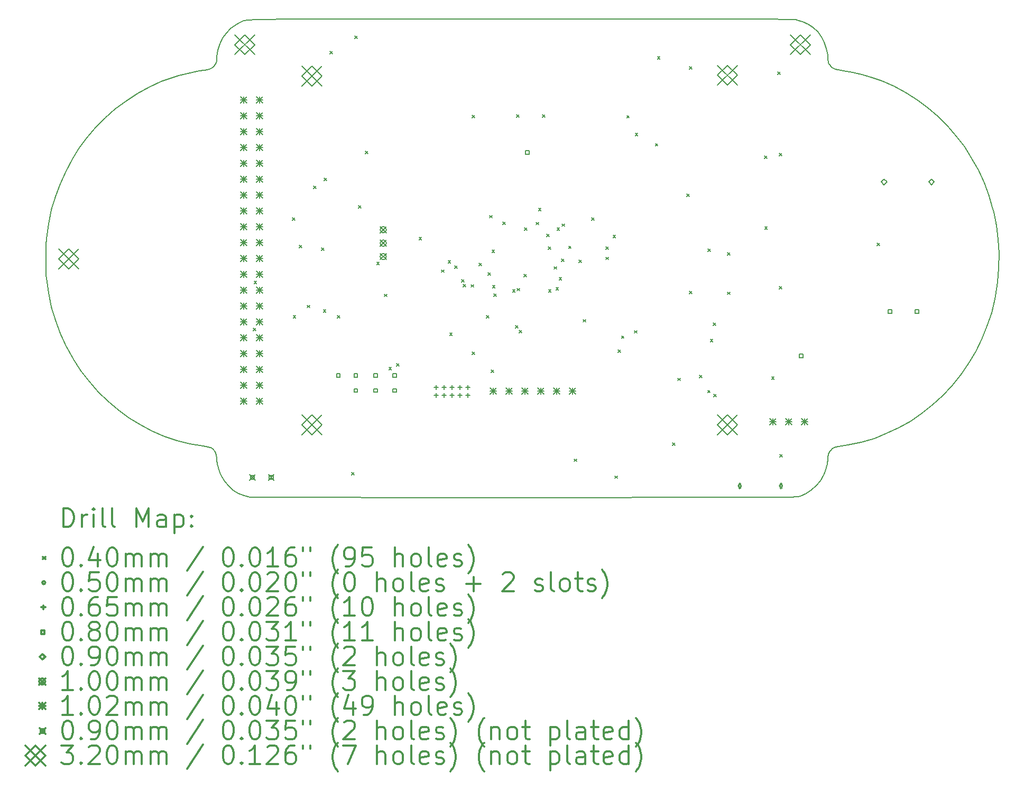
<source format=gbr>
%FSLAX45Y45*%
G04 Gerber Fmt 4.5, Leading zero omitted, Abs format (unit mm)*
G04 Created by KiCad (PCBNEW (2016-12-18 revision 3ffa37c)-master) date Tuesday, February 07, 2017 'AMt' 02:28:49 AM*
%MOMM*%
%LPD*%
G01*
G04 APERTURE LIST*
%ADD10C,0.127000*%
%ADD11C,0.150000*%
%ADD12C,0.200000*%
%ADD13C,0.300000*%
G04 APERTURE END LIST*
D10*
D11*
X13403871Y-5064494D02*
X13666055Y-5064516D01*
X13666055Y-5064516D02*
X13943394Y-5064543D01*
X13943394Y-5064543D02*
X14236324Y-5064570D01*
X14236324Y-5064570D02*
X14545279Y-5064591D01*
X14545279Y-5064591D02*
X14870695Y-5064600D01*
X14870695Y-5064600D02*
X14900000Y-5064600D01*
X14900000Y-5064600D02*
X15225195Y-5064603D01*
X15225195Y-5064603D02*
X15533889Y-5064614D01*
X15533889Y-5064614D02*
X15826513Y-5064633D01*
X15826513Y-5064633D02*
X16103500Y-5064663D01*
X16103500Y-5064663D02*
X16365282Y-5064703D01*
X16365282Y-5064703D02*
X16612291Y-5064757D01*
X16612291Y-5064757D02*
X16844958Y-5064824D01*
X16844958Y-5064824D02*
X17063715Y-5064907D01*
X17063715Y-5064907D02*
X17268995Y-5065007D01*
X17268995Y-5065007D02*
X17461230Y-5065124D01*
X17461230Y-5065124D02*
X17640851Y-5065261D01*
X17640851Y-5065261D02*
X17808291Y-5065418D01*
X17808291Y-5065418D02*
X17963981Y-5065597D01*
X17963981Y-5065597D02*
X18108354Y-5065800D01*
X18108354Y-5065800D02*
X18241842Y-5066027D01*
X18241842Y-5066027D02*
X18364876Y-5066280D01*
X18364876Y-5066280D02*
X18477888Y-5066561D01*
X18477888Y-5066561D02*
X18581311Y-5066870D01*
X18581311Y-5066870D02*
X18675577Y-5067209D01*
X18675577Y-5067209D02*
X18761117Y-5067579D01*
X18761117Y-5067579D02*
X18838363Y-5067981D01*
X18838363Y-5067981D02*
X18907748Y-5068418D01*
X18907748Y-5068418D02*
X18969703Y-5068890D01*
X18969703Y-5068890D02*
X19024661Y-5069398D01*
X19024661Y-5069398D02*
X19073053Y-5069944D01*
X19073053Y-5069944D02*
X19115312Y-5070530D01*
X19115312Y-5070530D02*
X19151869Y-5071155D01*
X19151869Y-5071155D02*
X19183156Y-5071823D01*
X19183156Y-5071823D02*
X19209606Y-5072534D01*
X19209606Y-5072534D02*
X19231650Y-5073289D01*
X19231650Y-5073289D02*
X19249720Y-5074090D01*
X19249720Y-5074090D02*
X19264249Y-5074938D01*
X19264249Y-5074938D02*
X19275669Y-5075835D01*
X19275669Y-5075835D02*
X19284410Y-5076781D01*
X19284410Y-5076781D02*
X19290906Y-5077779D01*
X19290906Y-5077779D02*
X19292380Y-5078067D01*
X19292380Y-5078067D02*
X19390309Y-5106500D01*
X19390309Y-5106500D02*
X19479746Y-5149022D01*
X19479746Y-5149022D02*
X19559829Y-5204606D01*
X19559829Y-5204606D02*
X19629698Y-5272224D01*
X19629698Y-5272224D02*
X19688490Y-5350848D01*
X19688490Y-5350848D02*
X19735342Y-5439450D01*
X19735342Y-5439450D02*
X19769394Y-5537003D01*
X19769394Y-5537003D02*
X19789783Y-5642479D01*
X19789783Y-5642479D02*
X19793073Y-5675092D01*
X19793073Y-5675092D02*
X19796952Y-5718151D01*
X19796952Y-5718151D02*
X19801106Y-5748489D01*
X19801106Y-5748489D02*
X19806569Y-5770300D01*
X19806569Y-5770300D02*
X19814373Y-5787779D01*
X19814373Y-5787779D02*
X19824841Y-5804112D01*
X19824841Y-5804112D02*
X19841678Y-5825672D01*
X19841678Y-5825672D02*
X19859890Y-5842512D01*
X19859890Y-5842512D02*
X19882263Y-5855771D01*
X19882263Y-5855771D02*
X19911586Y-5866592D01*
X19911586Y-5866592D02*
X19950647Y-5876114D01*
X19950647Y-5876114D02*
X20002232Y-5885478D01*
X20002232Y-5885478D02*
X20037212Y-5891014D01*
X20037212Y-5891014D02*
X20192983Y-5918577D01*
X20192983Y-5918577D02*
X20339016Y-5952472D01*
X20339016Y-5952472D02*
X20481878Y-5994458D01*
X20481878Y-5994458D02*
X20628135Y-6046294D01*
X20628135Y-6046294D02*
X20653560Y-6056115D01*
X20653560Y-6056115D02*
X20851592Y-6142441D01*
X20851592Y-6142441D02*
X21041742Y-6243346D01*
X21041742Y-6243346D02*
X21223400Y-6358119D01*
X21223400Y-6358119D02*
X21395957Y-6486046D01*
X21395957Y-6486046D02*
X21558801Y-6626414D01*
X21558801Y-6626414D02*
X21711323Y-6778512D01*
X21711323Y-6778512D02*
X21852913Y-6941625D01*
X21852913Y-6941625D02*
X21982959Y-7115043D01*
X21982959Y-7115043D02*
X22100853Y-7298051D01*
X22100853Y-7298051D02*
X22205984Y-7489937D01*
X22205984Y-7489937D02*
X22297742Y-7689989D01*
X22297742Y-7689989D02*
X22375516Y-7897493D01*
X22375516Y-7897493D02*
X22438697Y-8111737D01*
X22438697Y-8111737D02*
X22449063Y-8153399D01*
X22449063Y-8153399D02*
X22493503Y-8372803D01*
X22493503Y-8372803D02*
X22522257Y-8596790D01*
X22522257Y-8596790D02*
X22535296Y-8823500D01*
X22535296Y-8823500D02*
X22532594Y-9051073D01*
X22532594Y-9051073D02*
X22514122Y-9277649D01*
X22514122Y-9277649D02*
X22479855Y-9501367D01*
X22479855Y-9501367D02*
X22469607Y-9552841D01*
X22469607Y-9552841D02*
X22415580Y-9771540D01*
X22415580Y-9771540D02*
X22345706Y-9985304D01*
X22345706Y-9985304D02*
X22260522Y-10193141D01*
X22260522Y-10193141D02*
X22160565Y-10394058D01*
X22160565Y-10394058D02*
X22046371Y-10587060D01*
X22046371Y-10587060D02*
X21918478Y-10771156D01*
X21918478Y-10771156D02*
X21777422Y-10945351D01*
X21777422Y-10945351D02*
X21634259Y-11098233D01*
X21634259Y-11098233D02*
X21472290Y-11247851D01*
X21472290Y-11247851D02*
X21300848Y-11383912D01*
X21300848Y-11383912D02*
X21120740Y-11506011D01*
X21120740Y-11506011D02*
X20932773Y-11613744D01*
X20932773Y-11613744D02*
X20737753Y-11706709D01*
X20737753Y-11706709D02*
X20536486Y-11784502D01*
X20536486Y-11784502D02*
X20329780Y-11846718D01*
X20329780Y-11846718D02*
X20118440Y-11892955D01*
X20118440Y-11892955D02*
X20012681Y-11909761D01*
X20012681Y-11909761D02*
X19961533Y-11917487D01*
X19961533Y-11917487D02*
X19923804Y-11924984D01*
X19923804Y-11924984D02*
X19896034Y-11933393D01*
X19896034Y-11933393D02*
X19874766Y-11943853D01*
X19874766Y-11943853D02*
X19856541Y-11957505D01*
X19856541Y-11957505D02*
X19850127Y-11963355D01*
X19850127Y-11963355D02*
X19829024Y-11986473D01*
X19829024Y-11986473D02*
X19814042Y-12011852D01*
X19814042Y-12011852D02*
X19803730Y-12043493D01*
X19803730Y-12043493D02*
X19796634Y-12085400D01*
X19796634Y-12085400D02*
X19793000Y-12120704D01*
X19793000Y-12120704D02*
X19784677Y-12192612D01*
X19784677Y-12192612D02*
X19772497Y-12253874D01*
X19772497Y-12253874D02*
X19754873Y-12310626D01*
X19754873Y-12310626D02*
X19730220Y-12369004D01*
X19730220Y-12369004D02*
X19727117Y-12375567D01*
X19727117Y-12375567D02*
X19675732Y-12464013D01*
X19675732Y-12464013D02*
X19611264Y-12542371D01*
X19611264Y-12542371D02*
X19534940Y-12609606D01*
X19534940Y-12609606D02*
X19447986Y-12664686D01*
X19447986Y-12664686D02*
X19351630Y-12706574D01*
X19351630Y-12706574D02*
X19323833Y-12715587D01*
X19323833Y-12715587D02*
X19319590Y-12716731D01*
X19319590Y-12716731D02*
X19314351Y-12717817D01*
X19314351Y-12717817D02*
X19307681Y-12718848D01*
X19307681Y-12718848D02*
X19299143Y-12719823D01*
X19299143Y-12719823D02*
X19288303Y-12720745D01*
X19288303Y-12720745D02*
X19274723Y-12721616D01*
X19274723Y-12721616D02*
X19257968Y-12722437D01*
X19257968Y-12722437D02*
X19237602Y-12723210D01*
X19237602Y-12723210D02*
X19213188Y-12723937D01*
X19213188Y-12723937D02*
X19184292Y-12724619D01*
X19184292Y-12724619D02*
X19150477Y-12725257D01*
X19150477Y-12725257D02*
X19111306Y-12725854D01*
X19111306Y-12725854D02*
X19066344Y-12726412D01*
X19066344Y-12726412D02*
X19015156Y-12726931D01*
X19015156Y-12726931D02*
X18957304Y-12727413D01*
X18957304Y-12727413D02*
X18892353Y-12727860D01*
X18892353Y-12727860D02*
X18819868Y-12728275D01*
X18819868Y-12728275D02*
X18739411Y-12728657D01*
X18739411Y-12728657D02*
X18650548Y-12729009D01*
X18650548Y-12729009D02*
X18552842Y-12729333D01*
X18552842Y-12729333D02*
X18445857Y-12729631D01*
X18445857Y-12729631D02*
X18329157Y-12729903D01*
X18329157Y-12729903D02*
X18202306Y-12730152D01*
X18202306Y-12730152D02*
X18064869Y-12730379D01*
X18064869Y-12730379D02*
X17916408Y-12730586D01*
X17916408Y-12730586D02*
X17756489Y-12730774D01*
X17756489Y-12730774D02*
X17584676Y-12730946D01*
X17584676Y-12730946D02*
X17400531Y-12731102D01*
X17400531Y-12731102D02*
X17203620Y-12731245D01*
X17203620Y-12731245D02*
X16993506Y-12731375D01*
X16993506Y-12731375D02*
X16769754Y-12731496D01*
X16769754Y-12731496D02*
X16531927Y-12731608D01*
X16531927Y-12731608D02*
X16279589Y-12731713D01*
X16279589Y-12731713D02*
X16012305Y-12731812D01*
X16012305Y-12731812D02*
X15729639Y-12731908D01*
X15729639Y-12731908D02*
X15431154Y-12732002D01*
X15431154Y-12732002D02*
X15116414Y-12732095D01*
X15116414Y-12732095D02*
X14933867Y-12732148D01*
X14933867Y-12732148D02*
X14614587Y-12732223D01*
X14614587Y-12732223D02*
X14304852Y-12732265D01*
X14304852Y-12732265D02*
X14004977Y-12732275D01*
X14004977Y-12732275D02*
X13715278Y-12732252D01*
X13715278Y-12732252D02*
X13436068Y-12732198D01*
X13436068Y-12732198D02*
X13167664Y-12732112D01*
X13167664Y-12732112D02*
X12910381Y-12731996D01*
X12910381Y-12731996D02*
X12664532Y-12731849D01*
X12664532Y-12731849D02*
X12430435Y-12731672D01*
X12430435Y-12731672D02*
X12208403Y-12731466D01*
X12208403Y-12731466D02*
X11998751Y-12731231D01*
X11998751Y-12731231D02*
X11801796Y-12730968D01*
X11801796Y-12730968D02*
X11617851Y-12730677D01*
X11617851Y-12730677D02*
X11447232Y-12730358D01*
X11447232Y-12730358D02*
X11290253Y-12730012D01*
X11290253Y-12730012D02*
X11147231Y-12729640D01*
X11147231Y-12729640D02*
X11018480Y-12729241D01*
X11018480Y-12729241D02*
X10904315Y-12728817D01*
X10904315Y-12728817D02*
X10805052Y-12728369D01*
X10805052Y-12728369D02*
X10721004Y-12727895D01*
X10721004Y-12727895D02*
X10652488Y-12727397D01*
X10652488Y-12727397D02*
X10599818Y-12726876D01*
X10599818Y-12726876D02*
X10563310Y-12726331D01*
X10563310Y-12726331D02*
X10543278Y-12725764D01*
X10543278Y-12725764D02*
X10539725Y-12725502D01*
X10539725Y-12725502D02*
X10445208Y-12703581D01*
X10445208Y-12703581D02*
X10355703Y-12666305D01*
X10355703Y-12666305D02*
X10272788Y-12614899D01*
X10272788Y-12614899D02*
X10198041Y-12550591D01*
X10198041Y-12550591D02*
X10133042Y-12474605D01*
X10133042Y-12474605D02*
X10079367Y-12388169D01*
X10079367Y-12388169D02*
X10063498Y-12355562D01*
X10063498Y-12355562D02*
X10045526Y-12308277D01*
X10045526Y-12308277D02*
X10029380Y-12251824D01*
X10029380Y-12251824D02*
X10016528Y-12192710D01*
X10016528Y-12192710D02*
X10008438Y-12137442D01*
X10008438Y-12137442D02*
X10006378Y-12102245D01*
X10006378Y-12102245D02*
X9999005Y-12047523D01*
X9999005Y-12047523D02*
X9978351Y-11998653D01*
X9978351Y-11998653D02*
X9946193Y-11958804D01*
X9946193Y-11958804D02*
X9912836Y-11935267D01*
X9912836Y-11935267D02*
X9896136Y-11929713D01*
X9896136Y-11929713D02*
X9866846Y-11923031D01*
X9866846Y-11923031D02*
X9829190Y-11916089D01*
X9829190Y-11916089D02*
X9790069Y-11910116D01*
X9790069Y-11910116D02*
X9578546Y-11872577D01*
X9578546Y-11872577D02*
X9371415Y-11819015D01*
X9371415Y-11819015D02*
X9169444Y-11749947D01*
X9169444Y-11749947D02*
X8973399Y-11665889D01*
X8973399Y-11665889D02*
X8784049Y-11567359D01*
X8784049Y-11567359D02*
X8602160Y-11454875D01*
X8602160Y-11454875D02*
X8428501Y-11328953D01*
X8428501Y-11328953D02*
X8263837Y-11190110D01*
X8263837Y-11190110D02*
X8108938Y-11038864D01*
X8108938Y-11038864D02*
X7964569Y-10875732D01*
X7964569Y-10875732D02*
X7831499Y-10701231D01*
X7831499Y-10701231D02*
X7710495Y-10515879D01*
X7710495Y-10515879D02*
X7703085Y-10503501D01*
X7703085Y-10503501D02*
X7594490Y-10305521D01*
X7594490Y-10305521D02*
X7501368Y-10102132D01*
X7501368Y-10102132D02*
X7423466Y-9892576D01*
X7423466Y-9892576D02*
X7360535Y-9676092D01*
X7360535Y-9676092D02*
X7312322Y-9451923D01*
X7312322Y-9451923D02*
X7278850Y-9221733D01*
X7278850Y-9221733D02*
X7274860Y-9174415D01*
X7274860Y-9174415D02*
X7271792Y-9113696D01*
X7271792Y-9113696D02*
X7269647Y-9043076D01*
X7269647Y-9043076D02*
X7268423Y-8966059D01*
X7268423Y-8966059D02*
X7268133Y-8888832D01*
X7268133Y-8888832D02*
X7268122Y-8886146D01*
X7268122Y-8886146D02*
X7268744Y-8806839D01*
X7268744Y-8806839D02*
X7270287Y-8731639D01*
X7270287Y-8731639D02*
X7272752Y-8664049D01*
X7272752Y-8664049D02*
X7276139Y-8607571D01*
X7276139Y-8607571D02*
X7278859Y-8578267D01*
X7278859Y-8578267D02*
X7312406Y-8346762D01*
X7312406Y-8346762D02*
X7359895Y-8124385D01*
X7359895Y-8124385D02*
X7421682Y-7910152D01*
X7421682Y-7910152D02*
X7498123Y-7703082D01*
X7498123Y-7703082D02*
X7589575Y-7502193D01*
X7589575Y-7502193D02*
X7696394Y-7306504D01*
X7696394Y-7306504D02*
X7799778Y-7143167D01*
X7799778Y-7143167D02*
X7927824Y-6967798D01*
X7927824Y-6967798D02*
X8068412Y-6802642D01*
X8068412Y-6802642D02*
X8220530Y-6648441D01*
X8220530Y-6648441D02*
X8383164Y-6505938D01*
X8383164Y-6505938D02*
X8555303Y-6375876D01*
X8555303Y-6375876D02*
X8735936Y-6258997D01*
X8735936Y-6258997D02*
X8924048Y-6156045D01*
X8924048Y-6156045D02*
X9118629Y-6067761D01*
X9118629Y-6067761D02*
X9318666Y-5994890D01*
X9318666Y-5994890D02*
X9396936Y-5971097D01*
X9396936Y-5971097D02*
X9504202Y-5942738D01*
X9504202Y-5942738D02*
X9616531Y-5917480D01*
X9616531Y-5917480D02*
X9726538Y-5896880D01*
X9726538Y-5896880D02*
X9803067Y-5885426D01*
X9803067Y-5885426D02*
X9860298Y-5875767D01*
X9860298Y-5875767D02*
X9903937Y-5862887D01*
X9903937Y-5862887D02*
X9937221Y-5845465D01*
X9937221Y-5845465D02*
X9963384Y-5822178D01*
X9963384Y-5822178D02*
X9966374Y-5818720D01*
X9966374Y-5818720D02*
X9982788Y-5795480D01*
X9982788Y-5795480D02*
X9994440Y-5768701D01*
X9994440Y-5768701D02*
X10002436Y-5734469D01*
X10002436Y-5734469D02*
X10007886Y-5688869D01*
X10007886Y-5688869D02*
X10009658Y-5665733D01*
X10009658Y-5665733D02*
X10024817Y-5560840D01*
X10024817Y-5560840D02*
X10055053Y-5462460D01*
X10055053Y-5462460D02*
X10099570Y-5371776D01*
X10099570Y-5371776D02*
X10157574Y-5289971D01*
X10157574Y-5289971D02*
X10228270Y-5218226D01*
X10228270Y-5218226D02*
X10310862Y-5157726D01*
X10310862Y-5157726D02*
X10374567Y-5123061D01*
X10374567Y-5123061D02*
X10383086Y-5118720D01*
X10383086Y-5118720D02*
X10390235Y-5114598D01*
X10390235Y-5114598D02*
X10396449Y-5110689D01*
X10396449Y-5110689D02*
X10402163Y-5106988D01*
X10402163Y-5106988D02*
X10407812Y-5103488D01*
X10407812Y-5103488D02*
X10413830Y-5100185D01*
X10413830Y-5100185D02*
X10420652Y-5097073D01*
X10420652Y-5097073D02*
X10428714Y-5094145D01*
X10428714Y-5094145D02*
X10438449Y-5091397D01*
X10438449Y-5091397D02*
X10450294Y-5088823D01*
X10450294Y-5088823D02*
X10464683Y-5086417D01*
X10464683Y-5086417D02*
X10482051Y-5084173D01*
X10482051Y-5084173D02*
X10502832Y-5082087D01*
X10502832Y-5082087D02*
X10527462Y-5080151D01*
X10527462Y-5080151D02*
X10556376Y-5078362D01*
X10556376Y-5078362D02*
X10590007Y-5076712D01*
X10590007Y-5076712D02*
X10628793Y-5075197D01*
X10628793Y-5075197D02*
X10673166Y-5073811D01*
X10673166Y-5073811D02*
X10723562Y-5072548D01*
X10723562Y-5072548D02*
X10780416Y-5071403D01*
X10780416Y-5071403D02*
X10844164Y-5070369D01*
X10844164Y-5070369D02*
X10915238Y-5069443D01*
X10915238Y-5069443D02*
X10994076Y-5068616D01*
X10994076Y-5068616D02*
X11081111Y-5067885D01*
X11081111Y-5067885D02*
X11176778Y-5067244D01*
X11176778Y-5067244D02*
X11281512Y-5066686D01*
X11281512Y-5066686D02*
X11395749Y-5066207D01*
X11395749Y-5066207D02*
X11519923Y-5065800D01*
X11519923Y-5065800D02*
X11654468Y-5065460D01*
X11654468Y-5065460D02*
X11799821Y-5065182D01*
X11799821Y-5065182D02*
X11956415Y-5064960D01*
X11956415Y-5064960D02*
X12124685Y-5064788D01*
X12124685Y-5064788D02*
X12305068Y-5064660D01*
X12305068Y-5064660D02*
X12497996Y-5064572D01*
X12497996Y-5064572D02*
X12703906Y-5064516D01*
X12703906Y-5064516D02*
X12923232Y-5064489D01*
X12923232Y-5064489D02*
X13156409Y-5064483D01*
X13156409Y-5064483D02*
X13403871Y-5064494D01*
D12*
X10594630Y-10018900D02*
X10634630Y-10058900D01*
X10634630Y-10018900D02*
X10594630Y-10058900D01*
X10605550Y-9265000D02*
X10645550Y-9305000D01*
X10645550Y-9265000D02*
X10605550Y-9305000D01*
X11220490Y-8249000D02*
X11260490Y-8289000D01*
X11260490Y-8249000D02*
X11220490Y-8289000D01*
X11230100Y-9815530D02*
X11270100Y-9855530D01*
X11270100Y-9815530D02*
X11230100Y-9855530D01*
X11325920Y-8692590D02*
X11365920Y-8732590D01*
X11365920Y-8692590D02*
X11325920Y-8732590D01*
X11452560Y-9650230D02*
X11492560Y-9690230D01*
X11492560Y-9650230D02*
X11452560Y-9690230D01*
X11555460Y-7740550D02*
X11595460Y-7780550D01*
X11595460Y-7740550D02*
X11555460Y-7780550D01*
X11686140Y-8729820D02*
X11726140Y-8769820D01*
X11726140Y-8729820D02*
X11686140Y-8769820D01*
X11713820Y-9723430D02*
X11753820Y-9763430D01*
X11753820Y-9723430D02*
X11713820Y-9763430D01*
X11726620Y-7614000D02*
X11766620Y-7654000D01*
X11766620Y-7614000D02*
X11726620Y-7654000D01*
X11817360Y-5581200D02*
X11857360Y-5621200D01*
X11857360Y-5581200D02*
X11817360Y-5621200D01*
X11938340Y-9817760D02*
X11978340Y-9857760D01*
X11978340Y-9817760D02*
X11938340Y-9857760D01*
X12163750Y-12331200D02*
X12203750Y-12371200D01*
X12203750Y-12331200D02*
X12163750Y-12371200D01*
X12218150Y-5338950D02*
X12258150Y-5378950D01*
X12258150Y-5338950D02*
X12218150Y-5378950D01*
X12278440Y-8056230D02*
X12318440Y-8096230D01*
X12318440Y-8056230D02*
X12278440Y-8096230D01*
X12388860Y-7182590D02*
X12428860Y-7222590D01*
X12428860Y-7182590D02*
X12388860Y-7222590D01*
X12569070Y-8963830D02*
X12609070Y-9003830D01*
X12609070Y-8963830D02*
X12569070Y-9003830D01*
X12691890Y-9473780D02*
X12731890Y-9513780D01*
X12731890Y-9473780D02*
X12691890Y-9513780D01*
X12762470Y-10647740D02*
X12802470Y-10687740D01*
X12802470Y-10647740D02*
X12762470Y-10687740D01*
X12889020Y-10584310D02*
X12929020Y-10624310D01*
X12929020Y-10584310D02*
X12889020Y-10624310D01*
X13246370Y-8562590D02*
X13286370Y-8602590D01*
X13286370Y-8562590D02*
X13246370Y-8602590D01*
X13603370Y-9084120D02*
X13643370Y-9124120D01*
X13643370Y-9084120D02*
X13603370Y-9124120D01*
X13710930Y-8933140D02*
X13750930Y-8973140D01*
X13750930Y-8933140D02*
X13710930Y-8973140D01*
X13737180Y-10093320D02*
X13777180Y-10133320D01*
X13777180Y-10093320D02*
X13737180Y-10133320D01*
X13817000Y-9021480D02*
X13857000Y-9061480D01*
X13857000Y-9021480D02*
X13817000Y-9061480D01*
X13930620Y-9237980D02*
X13970620Y-9277980D01*
X13970620Y-9237980D02*
X13930620Y-9277980D01*
X13955990Y-9318020D02*
X13995990Y-9358020D01*
X13995990Y-9318020D02*
X13955990Y-9358020D01*
X14081060Y-9321190D02*
X14121060Y-9361190D01*
X14121060Y-9321190D02*
X14081060Y-9361190D01*
X14096800Y-10401380D02*
X14136800Y-10441380D01*
X14136800Y-10401380D02*
X14096800Y-10441380D01*
X14099910Y-6609500D02*
X14139910Y-6649500D01*
X14139910Y-6609500D02*
X14099910Y-6649500D01*
X14209830Y-8976560D02*
X14249830Y-9016560D01*
X14249830Y-8976560D02*
X14209830Y-9016560D01*
X14325000Y-9816200D02*
X14365000Y-9856200D01*
X14365000Y-9816200D02*
X14325000Y-9856200D01*
X14354080Y-9130750D02*
X14394080Y-9170750D01*
X14394080Y-9130750D02*
X14354080Y-9170750D01*
X14377460Y-8211710D02*
X14417460Y-8251710D01*
X14417460Y-8211710D02*
X14377460Y-8251710D01*
X14402060Y-10689960D02*
X14442060Y-10729960D01*
X14442060Y-10689960D02*
X14402060Y-10729960D01*
X14413700Y-8767320D02*
X14453700Y-8807320D01*
X14453700Y-8767320D02*
X14413700Y-8807320D01*
X14421830Y-9335030D02*
X14461830Y-9375030D01*
X14461830Y-9335030D02*
X14421830Y-9375030D01*
X14443000Y-9466200D02*
X14483000Y-9506200D01*
X14483000Y-9466200D02*
X14443000Y-9506200D01*
X14589210Y-8319280D02*
X14629210Y-8359280D01*
X14629210Y-8319280D02*
X14589210Y-8359280D01*
X14745000Y-9401200D02*
X14785000Y-9441200D01*
X14785000Y-9401200D02*
X14745000Y-9441200D01*
X14793060Y-9979110D02*
X14833060Y-10019110D01*
X14833060Y-9979110D02*
X14793060Y-10019110D01*
X14805620Y-6601300D02*
X14845620Y-6641300D01*
X14845620Y-6601300D02*
X14805620Y-6641300D01*
X14818000Y-9380200D02*
X14858000Y-9420200D01*
X14858000Y-9380200D02*
X14818000Y-9420200D01*
X14848000Y-10053200D02*
X14888000Y-10093200D01*
X14888000Y-10053200D02*
X14848000Y-10093200D01*
X14925000Y-9154200D02*
X14965000Y-9194200D01*
X14965000Y-9154200D02*
X14925000Y-9194200D01*
X14933000Y-8411200D02*
X14973000Y-8451200D01*
X14973000Y-8411200D02*
X14933000Y-8451200D01*
X15123000Y-8321200D02*
X15163000Y-8361200D01*
X15163000Y-8321200D02*
X15123000Y-8361200D01*
X15160150Y-8095470D02*
X15200150Y-8135470D01*
X15200150Y-8095470D02*
X15160150Y-8135470D01*
X15224660Y-6601300D02*
X15264660Y-6641300D01*
X15264660Y-6601300D02*
X15224660Y-6641300D01*
X15288170Y-8514050D02*
X15328170Y-8554050D01*
X15328170Y-8514050D02*
X15288170Y-8554050D01*
X15317840Y-8715990D02*
X15357840Y-8755990D01*
X15357840Y-8715990D02*
X15317840Y-8755990D01*
X15320000Y-9403200D02*
X15360000Y-9443200D01*
X15360000Y-9403200D02*
X15320000Y-9443200D01*
X15411710Y-9032690D02*
X15451710Y-9072690D01*
X15451710Y-9032690D02*
X15411710Y-9072690D01*
X15439690Y-9365810D02*
X15479690Y-9405810D01*
X15479690Y-9365810D02*
X15439690Y-9405810D01*
X15455020Y-8408560D02*
X15495020Y-8448560D01*
X15495020Y-8408560D02*
X15455020Y-8448560D01*
X15490770Y-9204480D02*
X15530770Y-9244480D01*
X15530770Y-9204480D02*
X15490770Y-9244480D01*
X15525970Y-8912810D02*
X15565970Y-8952810D01*
X15565970Y-8912810D02*
X15525970Y-8952810D01*
X15535130Y-8346030D02*
X15575130Y-8386030D01*
X15575130Y-8346030D02*
X15535130Y-8386030D01*
X15643150Y-8702380D02*
X15683150Y-8742380D01*
X15683150Y-8702380D02*
X15643150Y-8742380D01*
X15730520Y-12113840D02*
X15770520Y-12153840D01*
X15770520Y-12113840D02*
X15730520Y-12153840D01*
X15807180Y-8925120D02*
X15847180Y-8965120D01*
X15847180Y-8925120D02*
X15807180Y-8965120D01*
X15876000Y-9879200D02*
X15916000Y-9919200D01*
X15916000Y-9879200D02*
X15876000Y-9919200D01*
X16008000Y-8251200D02*
X16048000Y-8291200D01*
X16048000Y-8251200D02*
X16008000Y-8291200D01*
X16238000Y-8716200D02*
X16278000Y-8756200D01*
X16278000Y-8716200D02*
X16238000Y-8756200D01*
X16238000Y-8881200D02*
X16278000Y-8921200D01*
X16278000Y-8881200D02*
X16238000Y-8921200D01*
X16353000Y-8526200D02*
X16393000Y-8566200D01*
X16393000Y-8526200D02*
X16353000Y-8566200D01*
X16383000Y-12385150D02*
X16423000Y-12425150D01*
X16423000Y-12385150D02*
X16383000Y-12425150D01*
X16435790Y-10363700D02*
X16475790Y-10403700D01*
X16475790Y-10363700D02*
X16435790Y-10403700D01*
X16489330Y-10141140D02*
X16529330Y-10181140D01*
X16529330Y-10141140D02*
X16489330Y-10181140D01*
X16574380Y-6611110D02*
X16614380Y-6651110D01*
X16614380Y-6611110D02*
X16574380Y-6651110D01*
X16699000Y-10058200D02*
X16739000Y-10098200D01*
X16739000Y-10058200D02*
X16699000Y-10098200D01*
X16708000Y-6894730D02*
X16748000Y-6934730D01*
X16748000Y-6894730D02*
X16708000Y-6934730D01*
X17030200Y-7060970D02*
X17070200Y-7100970D01*
X17070200Y-7060970D02*
X17030200Y-7100970D01*
X17064710Y-5667990D02*
X17104710Y-5707990D01*
X17104710Y-5667990D02*
X17064710Y-5707990D01*
X17303050Y-11853880D02*
X17343050Y-11893880D01*
X17343050Y-11853880D02*
X17303050Y-11893880D01*
X17391220Y-10818700D02*
X17431220Y-10858700D01*
X17431220Y-10818700D02*
X17391220Y-10858700D01*
X17536880Y-7867400D02*
X17576880Y-7907400D01*
X17576880Y-7867400D02*
X17536880Y-7907400D01*
X17578000Y-9423940D02*
X17618000Y-9463940D01*
X17618000Y-9423940D02*
X17578000Y-9463940D01*
X17579500Y-5826960D02*
X17619500Y-5866960D01*
X17619500Y-5826960D02*
X17579500Y-5866960D01*
X17737670Y-10772940D02*
X17777670Y-10812940D01*
X17777670Y-10772940D02*
X17737670Y-10812940D01*
X17868270Y-11013700D02*
X17908270Y-11053700D01*
X17908270Y-11013700D02*
X17868270Y-11053700D01*
X17873420Y-8749440D02*
X17913420Y-8789440D01*
X17913420Y-8749440D02*
X17873420Y-8789440D01*
X17911800Y-10195920D02*
X17951800Y-10235920D01*
X17951800Y-10195920D02*
X17911800Y-10235920D01*
X17959000Y-9932200D02*
X17999000Y-9972200D01*
X17999000Y-9932200D02*
X17959000Y-9972200D01*
X17969090Y-11078700D02*
X18009090Y-11118700D01*
X18009090Y-11078700D02*
X17969090Y-11118700D01*
X18184800Y-8811010D02*
X18224800Y-8851010D01*
X18224800Y-8811010D02*
X18184800Y-8851010D01*
X18184830Y-9438240D02*
X18224830Y-9478240D01*
X18224830Y-9438240D02*
X18184830Y-9478240D01*
X18778500Y-7258020D02*
X18818500Y-7298020D01*
X18818500Y-7258020D02*
X18778500Y-7298020D01*
X18784490Y-8391600D02*
X18824490Y-8431600D01*
X18824490Y-8391600D02*
X18784490Y-8431600D01*
X18893000Y-10800310D02*
X18933000Y-10840310D01*
X18933000Y-10800310D02*
X18893000Y-10840310D01*
X18991960Y-5911450D02*
X19031960Y-5951450D01*
X19031960Y-5911450D02*
X18991960Y-5951450D01*
X19018600Y-7215200D02*
X19058600Y-7255200D01*
X19058600Y-7215200D02*
X19018600Y-7255200D01*
X19018600Y-9348800D02*
X19058600Y-9388800D01*
X19058600Y-9348800D02*
X19018600Y-9388800D01*
X19025140Y-12040270D02*
X19065140Y-12080270D01*
X19065140Y-12040270D02*
X19025140Y-12080270D01*
X20583000Y-8656200D02*
X20623000Y-8696200D01*
X20623000Y-8656200D02*
X20583000Y-8696200D01*
X18408000Y-12546200D02*
G75*
G03X18408000Y-12546200I-25000J0D01*
G01*
X18398000Y-12581200D02*
X18398000Y-12511200D01*
X18368000Y-12581200D02*
X18368000Y-12511200D01*
X18398000Y-12511200D02*
G75*
G03X18368000Y-12511200I-15000J0D01*
G01*
X18368000Y-12581200D02*
G75*
G03X18398000Y-12581200I15000J0D01*
G01*
X19068000Y-12546200D02*
G75*
G03X19068000Y-12546200I-25000J0D01*
G01*
X19058000Y-12581200D02*
X19058000Y-12511200D01*
X19028000Y-12581200D02*
X19028000Y-12511200D01*
X19058000Y-12511200D02*
G75*
G03X19028000Y-12511200I-15000J0D01*
G01*
X19028000Y-12581200D02*
G75*
G03X19058000Y-12581200I15000J0D01*
G01*
X13518000Y-10931700D02*
X13518000Y-10996700D01*
X13485500Y-10964200D02*
X13550500Y-10964200D01*
X13518000Y-11058700D02*
X13518000Y-11123700D01*
X13485500Y-11091200D02*
X13550500Y-11091200D01*
X13645000Y-10931700D02*
X13645000Y-10996700D01*
X13612500Y-10964200D02*
X13677500Y-10964200D01*
X13645000Y-11058700D02*
X13645000Y-11123700D01*
X13612500Y-11091200D02*
X13677500Y-11091200D01*
X13772000Y-10931700D02*
X13772000Y-10996700D01*
X13739500Y-10964200D02*
X13804500Y-10964200D01*
X13772000Y-11058700D02*
X13772000Y-11123700D01*
X13739500Y-11091200D02*
X13804500Y-11091200D01*
X13899000Y-10931700D02*
X13899000Y-10996700D01*
X13866500Y-10964200D02*
X13931500Y-10964200D01*
X13899000Y-11058700D02*
X13899000Y-11123700D01*
X13866500Y-11091200D02*
X13931500Y-11091200D01*
X14026000Y-10931700D02*
X14026000Y-10996700D01*
X13993500Y-10964200D02*
X14058500Y-10964200D01*
X14026000Y-11058700D02*
X14026000Y-11123700D01*
X13993500Y-11091200D02*
X14058500Y-11091200D01*
X11981284Y-10804485D02*
X11981284Y-10747916D01*
X11924715Y-10747916D01*
X11924715Y-10804485D01*
X11981284Y-10804485D01*
X12261284Y-10804485D02*
X12261284Y-10747916D01*
X12204715Y-10747916D01*
X12204715Y-10804485D01*
X12261284Y-10804485D01*
X12261284Y-11044485D02*
X12261284Y-10987916D01*
X12204715Y-10987916D01*
X12204715Y-11044485D01*
X12261284Y-11044485D01*
X12581284Y-10804485D02*
X12581284Y-10747916D01*
X12524715Y-10747916D01*
X12524715Y-10804485D01*
X12581284Y-10804485D01*
X12581284Y-11044485D02*
X12581284Y-10987916D01*
X12524715Y-10987916D01*
X12524715Y-11044485D01*
X12581284Y-11044485D01*
X12881284Y-10804485D02*
X12881284Y-10747916D01*
X12824715Y-10747916D01*
X12824715Y-10804485D01*
X12881284Y-10804485D01*
X12881284Y-11044485D02*
X12881284Y-10987916D01*
X12824715Y-10987916D01*
X12824715Y-11044485D01*
X12881284Y-11044485D01*
X15006284Y-7229484D02*
X15006284Y-7172915D01*
X14949715Y-7172915D01*
X14949715Y-7229484D01*
X15006284Y-7229484D01*
X19397085Y-10489285D02*
X19397085Y-10432716D01*
X19340516Y-10432716D01*
X19340516Y-10489285D01*
X19397085Y-10489285D01*
X20819485Y-9778085D02*
X20819485Y-9721516D01*
X20762916Y-9721516D01*
X20762916Y-9778085D01*
X20819485Y-9778085D01*
X21251285Y-9778085D02*
X21251285Y-9721516D01*
X21194716Y-9721516D01*
X21194716Y-9778085D01*
X21251285Y-9778085D01*
X20693000Y-7721200D02*
X20738000Y-7676200D01*
X20693000Y-7631200D01*
X20648000Y-7676200D01*
X20693000Y-7721200D01*
X21453000Y-7721200D02*
X21498000Y-7676200D01*
X21453000Y-7631200D01*
X21408000Y-7676200D01*
X21453000Y-7721200D01*
X12623000Y-8391200D02*
X12723000Y-8491200D01*
X12723000Y-8391200D02*
X12623000Y-8491200D01*
X12723000Y-8441200D02*
G75*
G03X12723000Y-8441200I-50000J0D01*
G01*
X12623000Y-8606200D02*
X12723000Y-8706200D01*
X12723000Y-8606200D02*
X12623000Y-8706200D01*
X12723000Y-8656200D02*
G75*
G03X12723000Y-8656200I-50000J0D01*
G01*
X12623000Y-8821200D02*
X12723000Y-8921200D01*
X12723000Y-8821200D02*
X12623000Y-8921200D01*
X12723000Y-8871200D02*
G75*
G03X12723000Y-8871200I-50000J0D01*
G01*
X10389200Y-6313200D02*
X10490800Y-6414800D01*
X10490800Y-6313200D02*
X10389200Y-6414800D01*
X10440000Y-6313200D02*
X10440000Y-6414800D01*
X10389200Y-6364000D02*
X10490800Y-6364000D01*
X10389200Y-6567200D02*
X10490800Y-6668800D01*
X10490800Y-6567200D02*
X10389200Y-6668800D01*
X10440000Y-6567200D02*
X10440000Y-6668800D01*
X10389200Y-6618000D02*
X10490800Y-6618000D01*
X10389200Y-6821200D02*
X10490800Y-6922800D01*
X10490800Y-6821200D02*
X10389200Y-6922800D01*
X10440000Y-6821200D02*
X10440000Y-6922800D01*
X10389200Y-6872000D02*
X10490800Y-6872000D01*
X10389200Y-7075200D02*
X10490800Y-7176800D01*
X10490800Y-7075200D02*
X10389200Y-7176800D01*
X10440000Y-7075200D02*
X10440000Y-7176800D01*
X10389200Y-7126000D02*
X10490800Y-7126000D01*
X10389200Y-7329200D02*
X10490800Y-7430800D01*
X10490800Y-7329200D02*
X10389200Y-7430800D01*
X10440000Y-7329200D02*
X10440000Y-7430800D01*
X10389200Y-7380000D02*
X10490800Y-7380000D01*
X10389200Y-7583200D02*
X10490800Y-7684800D01*
X10490800Y-7583200D02*
X10389200Y-7684800D01*
X10440000Y-7583200D02*
X10440000Y-7684800D01*
X10389200Y-7634000D02*
X10490800Y-7634000D01*
X10389200Y-7837200D02*
X10490800Y-7938800D01*
X10490800Y-7837200D02*
X10389200Y-7938800D01*
X10440000Y-7837200D02*
X10440000Y-7938800D01*
X10389200Y-7888000D02*
X10490800Y-7888000D01*
X10389200Y-8091200D02*
X10490800Y-8192800D01*
X10490800Y-8091200D02*
X10389200Y-8192800D01*
X10440000Y-8091200D02*
X10440000Y-8192800D01*
X10389200Y-8142000D02*
X10490800Y-8142000D01*
X10389200Y-8345200D02*
X10490800Y-8446800D01*
X10490800Y-8345200D02*
X10389200Y-8446800D01*
X10440000Y-8345200D02*
X10440000Y-8446800D01*
X10389200Y-8396000D02*
X10490800Y-8396000D01*
X10389200Y-8599200D02*
X10490800Y-8700800D01*
X10490800Y-8599200D02*
X10389200Y-8700800D01*
X10440000Y-8599200D02*
X10440000Y-8700800D01*
X10389200Y-8650000D02*
X10490800Y-8650000D01*
X10389200Y-8853200D02*
X10490800Y-8954800D01*
X10490800Y-8853200D02*
X10389200Y-8954800D01*
X10440000Y-8853200D02*
X10440000Y-8954800D01*
X10389200Y-8904000D02*
X10490800Y-8904000D01*
X10389200Y-9107200D02*
X10490800Y-9208800D01*
X10490800Y-9107200D02*
X10389200Y-9208800D01*
X10440000Y-9107200D02*
X10440000Y-9208800D01*
X10389200Y-9158000D02*
X10490800Y-9158000D01*
X10389200Y-9361200D02*
X10490800Y-9462800D01*
X10490800Y-9361200D02*
X10389200Y-9462800D01*
X10440000Y-9361200D02*
X10440000Y-9462800D01*
X10389200Y-9412000D02*
X10490800Y-9412000D01*
X10389200Y-9615200D02*
X10490800Y-9716800D01*
X10490800Y-9615200D02*
X10389200Y-9716800D01*
X10440000Y-9615200D02*
X10440000Y-9716800D01*
X10389200Y-9666000D02*
X10490800Y-9666000D01*
X10389200Y-9869200D02*
X10490800Y-9970800D01*
X10490800Y-9869200D02*
X10389200Y-9970800D01*
X10440000Y-9869200D02*
X10440000Y-9970800D01*
X10389200Y-9920000D02*
X10490800Y-9920000D01*
X10389200Y-10123200D02*
X10490800Y-10224800D01*
X10490800Y-10123200D02*
X10389200Y-10224800D01*
X10440000Y-10123200D02*
X10440000Y-10224800D01*
X10389200Y-10174000D02*
X10490800Y-10174000D01*
X10389200Y-10377200D02*
X10490800Y-10478800D01*
X10490800Y-10377200D02*
X10389200Y-10478800D01*
X10440000Y-10377200D02*
X10440000Y-10478800D01*
X10389200Y-10428000D02*
X10490800Y-10428000D01*
X10389200Y-10631200D02*
X10490800Y-10732800D01*
X10490800Y-10631200D02*
X10389200Y-10732800D01*
X10440000Y-10631200D02*
X10440000Y-10732800D01*
X10389200Y-10682000D02*
X10490800Y-10682000D01*
X10389200Y-10885200D02*
X10490800Y-10986800D01*
X10490800Y-10885200D02*
X10389200Y-10986800D01*
X10440000Y-10885200D02*
X10440000Y-10986800D01*
X10389200Y-10936000D02*
X10490800Y-10936000D01*
X10389200Y-11139200D02*
X10490800Y-11240800D01*
X10490800Y-11139200D02*
X10389200Y-11240800D01*
X10440000Y-11139200D02*
X10440000Y-11240800D01*
X10389200Y-11190000D02*
X10490800Y-11190000D01*
X10643200Y-6313200D02*
X10744800Y-6414800D01*
X10744800Y-6313200D02*
X10643200Y-6414800D01*
X10694000Y-6313200D02*
X10694000Y-6414800D01*
X10643200Y-6364000D02*
X10744800Y-6364000D01*
X10643200Y-6567200D02*
X10744800Y-6668800D01*
X10744800Y-6567200D02*
X10643200Y-6668800D01*
X10694000Y-6567200D02*
X10694000Y-6668800D01*
X10643200Y-6618000D02*
X10744800Y-6618000D01*
X10643200Y-6821200D02*
X10744800Y-6922800D01*
X10744800Y-6821200D02*
X10643200Y-6922800D01*
X10694000Y-6821200D02*
X10694000Y-6922800D01*
X10643200Y-6872000D02*
X10744800Y-6872000D01*
X10643200Y-7075200D02*
X10744800Y-7176800D01*
X10744800Y-7075200D02*
X10643200Y-7176800D01*
X10694000Y-7075200D02*
X10694000Y-7176800D01*
X10643200Y-7126000D02*
X10744800Y-7126000D01*
X10643200Y-7329200D02*
X10744800Y-7430800D01*
X10744800Y-7329200D02*
X10643200Y-7430800D01*
X10694000Y-7329200D02*
X10694000Y-7430800D01*
X10643200Y-7380000D02*
X10744800Y-7380000D01*
X10643200Y-7583200D02*
X10744800Y-7684800D01*
X10744800Y-7583200D02*
X10643200Y-7684800D01*
X10694000Y-7583200D02*
X10694000Y-7684800D01*
X10643200Y-7634000D02*
X10744800Y-7634000D01*
X10643200Y-7837200D02*
X10744800Y-7938800D01*
X10744800Y-7837200D02*
X10643200Y-7938800D01*
X10694000Y-7837200D02*
X10694000Y-7938800D01*
X10643200Y-7888000D02*
X10744800Y-7888000D01*
X10643200Y-8091200D02*
X10744800Y-8192800D01*
X10744800Y-8091200D02*
X10643200Y-8192800D01*
X10694000Y-8091200D02*
X10694000Y-8192800D01*
X10643200Y-8142000D02*
X10744800Y-8142000D01*
X10643200Y-8345200D02*
X10744800Y-8446800D01*
X10744800Y-8345200D02*
X10643200Y-8446800D01*
X10694000Y-8345200D02*
X10694000Y-8446800D01*
X10643200Y-8396000D02*
X10744800Y-8396000D01*
X10643200Y-8599200D02*
X10744800Y-8700800D01*
X10744800Y-8599200D02*
X10643200Y-8700800D01*
X10694000Y-8599200D02*
X10694000Y-8700800D01*
X10643200Y-8650000D02*
X10744800Y-8650000D01*
X10643200Y-8853200D02*
X10744800Y-8954800D01*
X10744800Y-8853200D02*
X10643200Y-8954800D01*
X10694000Y-8853200D02*
X10694000Y-8954800D01*
X10643200Y-8904000D02*
X10744800Y-8904000D01*
X10643200Y-9107200D02*
X10744800Y-9208800D01*
X10744800Y-9107200D02*
X10643200Y-9208800D01*
X10694000Y-9107200D02*
X10694000Y-9208800D01*
X10643200Y-9158000D02*
X10744800Y-9158000D01*
X10643200Y-9361200D02*
X10744800Y-9462800D01*
X10744800Y-9361200D02*
X10643200Y-9462800D01*
X10694000Y-9361200D02*
X10694000Y-9462800D01*
X10643200Y-9412000D02*
X10744800Y-9412000D01*
X10643200Y-9615200D02*
X10744800Y-9716800D01*
X10744800Y-9615200D02*
X10643200Y-9716800D01*
X10694000Y-9615200D02*
X10694000Y-9716800D01*
X10643200Y-9666000D02*
X10744800Y-9666000D01*
X10643200Y-9869200D02*
X10744800Y-9970800D01*
X10744800Y-9869200D02*
X10643200Y-9970800D01*
X10694000Y-9869200D02*
X10694000Y-9970800D01*
X10643200Y-9920000D02*
X10744800Y-9920000D01*
X10643200Y-10123200D02*
X10744800Y-10224800D01*
X10744800Y-10123200D02*
X10643200Y-10224800D01*
X10694000Y-10123200D02*
X10694000Y-10224800D01*
X10643200Y-10174000D02*
X10744800Y-10174000D01*
X10643200Y-10377200D02*
X10744800Y-10478800D01*
X10744800Y-10377200D02*
X10643200Y-10478800D01*
X10694000Y-10377200D02*
X10694000Y-10478800D01*
X10643200Y-10428000D02*
X10744800Y-10428000D01*
X10643200Y-10631200D02*
X10744800Y-10732800D01*
X10744800Y-10631200D02*
X10643200Y-10732800D01*
X10694000Y-10631200D02*
X10694000Y-10732800D01*
X10643200Y-10682000D02*
X10744800Y-10682000D01*
X10643200Y-10885200D02*
X10744800Y-10986800D01*
X10744800Y-10885200D02*
X10643200Y-10986800D01*
X10694000Y-10885200D02*
X10694000Y-10986800D01*
X10643200Y-10936000D02*
X10744800Y-10936000D01*
X10643200Y-11139200D02*
X10744800Y-11240800D01*
X10744800Y-11139200D02*
X10643200Y-11240800D01*
X10694000Y-11139200D02*
X10694000Y-11240800D01*
X10643200Y-11190000D02*
X10744800Y-11190000D01*
X14382200Y-10975400D02*
X14483800Y-11077000D01*
X14483800Y-10975400D02*
X14382200Y-11077000D01*
X14433000Y-10975400D02*
X14433000Y-11077000D01*
X14382200Y-11026200D02*
X14483800Y-11026200D01*
X14636200Y-10975400D02*
X14737800Y-11077000D01*
X14737800Y-10975400D02*
X14636200Y-11077000D01*
X14687000Y-10975400D02*
X14687000Y-11077000D01*
X14636200Y-11026200D02*
X14737800Y-11026200D01*
X14890200Y-10975400D02*
X14991800Y-11077000D01*
X14991800Y-10975400D02*
X14890200Y-11077000D01*
X14941000Y-10975400D02*
X14941000Y-11077000D01*
X14890200Y-11026200D02*
X14991800Y-11026200D01*
X15144200Y-10975400D02*
X15245800Y-11077000D01*
X15245800Y-10975400D02*
X15144200Y-11077000D01*
X15195000Y-10975400D02*
X15195000Y-11077000D01*
X15144200Y-11026200D02*
X15245800Y-11026200D01*
X15398200Y-10975400D02*
X15499800Y-11077000D01*
X15499800Y-10975400D02*
X15398200Y-11077000D01*
X15449000Y-10975400D02*
X15449000Y-11077000D01*
X15398200Y-11026200D02*
X15499800Y-11026200D01*
X15652200Y-10975400D02*
X15753800Y-11077000D01*
X15753800Y-10975400D02*
X15652200Y-11077000D01*
X15703000Y-10975400D02*
X15703000Y-11077000D01*
X15652200Y-11026200D02*
X15753800Y-11026200D01*
X18862200Y-11465400D02*
X18963800Y-11567000D01*
X18963800Y-11465400D02*
X18862200Y-11567000D01*
X18913000Y-11465400D02*
X18913000Y-11567000D01*
X18862200Y-11516200D02*
X18963800Y-11516200D01*
X19116200Y-11465400D02*
X19217800Y-11567000D01*
X19217800Y-11465400D02*
X19116200Y-11567000D01*
X19167000Y-11465400D02*
X19167000Y-11567000D01*
X19116200Y-11516200D02*
X19217800Y-11516200D01*
X19370200Y-11465400D02*
X19471800Y-11567000D01*
X19471800Y-11465400D02*
X19370200Y-11567000D01*
X19421000Y-11465400D02*
X19421000Y-11567000D01*
X19370200Y-11516200D02*
X19471800Y-11516200D01*
X10533000Y-12363700D02*
X10623000Y-12453700D01*
X10623000Y-12363700D02*
X10533000Y-12453700D01*
X10609820Y-12440520D02*
X10609820Y-12376880D01*
X10546180Y-12376880D01*
X10546180Y-12440520D01*
X10609820Y-12440520D01*
X10833000Y-12363700D02*
X10923000Y-12453700D01*
X10923000Y-12363700D02*
X10833000Y-12453700D01*
X10909820Y-12440520D02*
X10909820Y-12376880D01*
X10846180Y-12376880D01*
X10846180Y-12440520D01*
X10909820Y-12440520D01*
X7474000Y-8751600D02*
X7794000Y-9071600D01*
X7794000Y-8751600D02*
X7474000Y-9071600D01*
X7634000Y-9071600D02*
X7794000Y-8911600D01*
X7634000Y-8751600D01*
X7474000Y-8911600D01*
X7634000Y-9071600D01*
X10293000Y-5316200D02*
X10613000Y-5636200D01*
X10613000Y-5316200D02*
X10293000Y-5636200D01*
X10453000Y-5636200D02*
X10613000Y-5476200D01*
X10453000Y-5316200D01*
X10293000Y-5476200D01*
X10453000Y-5636200D01*
X11373000Y-5816200D02*
X11693000Y-6136200D01*
X11693000Y-5816200D02*
X11373000Y-6136200D01*
X11533000Y-6136200D02*
X11693000Y-5976200D01*
X11533000Y-5816200D01*
X11373000Y-5976200D01*
X11533000Y-6136200D01*
X11373000Y-11406200D02*
X11693000Y-11726200D01*
X11693000Y-11406200D02*
X11373000Y-11726200D01*
X11533000Y-11726200D02*
X11693000Y-11566200D01*
X11533000Y-11406200D01*
X11373000Y-11566200D01*
X11533000Y-11726200D01*
X18023000Y-5806200D02*
X18343000Y-6126200D01*
X18343000Y-5806200D02*
X18023000Y-6126200D01*
X18183000Y-6126200D02*
X18343000Y-5966200D01*
X18183000Y-5806200D01*
X18023000Y-5966200D01*
X18183000Y-6126200D01*
X18023000Y-11406200D02*
X18343000Y-11726200D01*
X18343000Y-11406200D02*
X18023000Y-11726200D01*
X18183000Y-11726200D02*
X18343000Y-11566200D01*
X18183000Y-11406200D01*
X18023000Y-11566200D01*
X18183000Y-11726200D01*
X19193000Y-5316200D02*
X19513000Y-5636200D01*
X19513000Y-5316200D02*
X19193000Y-5636200D01*
X19353000Y-5636200D02*
X19513000Y-5476200D01*
X19353000Y-5316200D01*
X19193000Y-5476200D01*
X19353000Y-5636200D01*
D13*
X7547051Y-13205489D02*
X7547051Y-12905489D01*
X7618479Y-12905489D01*
X7661337Y-12919775D01*
X7689908Y-12948346D01*
X7704194Y-12976918D01*
X7718479Y-13034061D01*
X7718479Y-13076918D01*
X7704194Y-13134061D01*
X7689908Y-13162632D01*
X7661337Y-13191204D01*
X7618479Y-13205489D01*
X7547051Y-13205489D01*
X7847051Y-13205489D02*
X7847051Y-13005489D01*
X7847051Y-13062632D02*
X7861337Y-13034061D01*
X7875622Y-13019775D01*
X7904194Y-13005489D01*
X7932765Y-13005489D01*
X8032765Y-13205489D02*
X8032765Y-13005489D01*
X8032765Y-12905489D02*
X8018479Y-12919775D01*
X8032765Y-12934061D01*
X8047051Y-12919775D01*
X8032765Y-12905489D01*
X8032765Y-12934061D01*
X8218479Y-13205489D02*
X8189908Y-13191204D01*
X8175622Y-13162632D01*
X8175622Y-12905489D01*
X8375622Y-13205489D02*
X8347051Y-13191204D01*
X8332765Y-13162632D01*
X8332765Y-12905489D01*
X8718480Y-13205489D02*
X8718480Y-12905489D01*
X8818480Y-13119775D01*
X8918480Y-12905489D01*
X8918480Y-13205489D01*
X9189908Y-13205489D02*
X9189908Y-13048346D01*
X9175622Y-13019775D01*
X9147051Y-13005489D01*
X9089908Y-13005489D01*
X9061337Y-13019775D01*
X9189908Y-13191204D02*
X9161337Y-13205489D01*
X9089908Y-13205489D01*
X9061337Y-13191204D01*
X9047051Y-13162632D01*
X9047051Y-13134061D01*
X9061337Y-13105489D01*
X9089908Y-13091204D01*
X9161337Y-13091204D01*
X9189908Y-13076918D01*
X9332765Y-13005489D02*
X9332765Y-13305489D01*
X9332765Y-13019775D02*
X9361337Y-13005489D01*
X9418480Y-13005489D01*
X9447051Y-13019775D01*
X9461337Y-13034061D01*
X9475622Y-13062632D01*
X9475622Y-13148346D01*
X9461337Y-13176918D01*
X9447051Y-13191204D01*
X9418480Y-13205489D01*
X9361337Y-13205489D01*
X9332765Y-13191204D01*
X9604194Y-13176918D02*
X9618480Y-13191204D01*
X9604194Y-13205489D01*
X9589908Y-13191204D01*
X9604194Y-13176918D01*
X9604194Y-13205489D01*
X9604194Y-13019775D02*
X9618480Y-13034061D01*
X9604194Y-13048346D01*
X9589908Y-13034061D01*
X9604194Y-13019775D01*
X9604194Y-13048346D01*
X7220622Y-13679775D02*
X7260622Y-13719775D01*
X7260622Y-13679775D02*
X7220622Y-13719775D01*
X7604194Y-13535489D02*
X7632765Y-13535489D01*
X7661337Y-13549775D01*
X7675622Y-13564061D01*
X7689908Y-13592632D01*
X7704194Y-13649775D01*
X7704194Y-13721204D01*
X7689908Y-13778346D01*
X7675622Y-13806918D01*
X7661337Y-13821204D01*
X7632765Y-13835489D01*
X7604194Y-13835489D01*
X7575622Y-13821204D01*
X7561337Y-13806918D01*
X7547051Y-13778346D01*
X7532765Y-13721204D01*
X7532765Y-13649775D01*
X7547051Y-13592632D01*
X7561337Y-13564061D01*
X7575622Y-13549775D01*
X7604194Y-13535489D01*
X7832765Y-13806918D02*
X7847051Y-13821204D01*
X7832765Y-13835489D01*
X7818479Y-13821204D01*
X7832765Y-13806918D01*
X7832765Y-13835489D01*
X8104194Y-13635489D02*
X8104194Y-13835489D01*
X8032765Y-13521204D02*
X7961337Y-13735489D01*
X8147051Y-13735489D01*
X8318479Y-13535489D02*
X8347051Y-13535489D01*
X8375622Y-13549775D01*
X8389908Y-13564061D01*
X8404194Y-13592632D01*
X8418480Y-13649775D01*
X8418480Y-13721204D01*
X8404194Y-13778346D01*
X8389908Y-13806918D01*
X8375622Y-13821204D01*
X8347051Y-13835489D01*
X8318479Y-13835489D01*
X8289908Y-13821204D01*
X8275622Y-13806918D01*
X8261337Y-13778346D01*
X8247051Y-13721204D01*
X8247051Y-13649775D01*
X8261337Y-13592632D01*
X8275622Y-13564061D01*
X8289908Y-13549775D01*
X8318479Y-13535489D01*
X8547051Y-13835489D02*
X8547051Y-13635489D01*
X8547051Y-13664061D02*
X8561337Y-13649775D01*
X8589908Y-13635489D01*
X8632765Y-13635489D01*
X8661337Y-13649775D01*
X8675622Y-13678346D01*
X8675622Y-13835489D01*
X8675622Y-13678346D02*
X8689908Y-13649775D01*
X8718480Y-13635489D01*
X8761337Y-13635489D01*
X8789908Y-13649775D01*
X8804194Y-13678346D01*
X8804194Y-13835489D01*
X8947051Y-13835489D02*
X8947051Y-13635489D01*
X8947051Y-13664061D02*
X8961337Y-13649775D01*
X8989908Y-13635489D01*
X9032765Y-13635489D01*
X9061337Y-13649775D01*
X9075622Y-13678346D01*
X9075622Y-13835489D01*
X9075622Y-13678346D02*
X9089908Y-13649775D01*
X9118480Y-13635489D01*
X9161337Y-13635489D01*
X9189908Y-13649775D01*
X9204194Y-13678346D01*
X9204194Y-13835489D01*
X9789908Y-13521204D02*
X9532765Y-13906918D01*
X10175622Y-13535489D02*
X10204194Y-13535489D01*
X10232765Y-13549775D01*
X10247051Y-13564061D01*
X10261337Y-13592632D01*
X10275622Y-13649775D01*
X10275622Y-13721204D01*
X10261337Y-13778346D01*
X10247051Y-13806918D01*
X10232765Y-13821204D01*
X10204194Y-13835489D01*
X10175622Y-13835489D01*
X10147051Y-13821204D01*
X10132765Y-13806918D01*
X10118480Y-13778346D01*
X10104194Y-13721204D01*
X10104194Y-13649775D01*
X10118480Y-13592632D01*
X10132765Y-13564061D01*
X10147051Y-13549775D01*
X10175622Y-13535489D01*
X10404194Y-13806918D02*
X10418480Y-13821204D01*
X10404194Y-13835489D01*
X10389908Y-13821204D01*
X10404194Y-13806918D01*
X10404194Y-13835489D01*
X10604194Y-13535489D02*
X10632765Y-13535489D01*
X10661337Y-13549775D01*
X10675622Y-13564061D01*
X10689908Y-13592632D01*
X10704194Y-13649775D01*
X10704194Y-13721204D01*
X10689908Y-13778346D01*
X10675622Y-13806918D01*
X10661337Y-13821204D01*
X10632765Y-13835489D01*
X10604194Y-13835489D01*
X10575622Y-13821204D01*
X10561337Y-13806918D01*
X10547051Y-13778346D01*
X10532765Y-13721204D01*
X10532765Y-13649775D01*
X10547051Y-13592632D01*
X10561337Y-13564061D01*
X10575622Y-13549775D01*
X10604194Y-13535489D01*
X10989908Y-13835489D02*
X10818480Y-13835489D01*
X10904194Y-13835489D02*
X10904194Y-13535489D01*
X10875622Y-13578346D01*
X10847051Y-13606918D01*
X10818480Y-13621204D01*
X11247051Y-13535489D02*
X11189908Y-13535489D01*
X11161337Y-13549775D01*
X11147051Y-13564061D01*
X11118480Y-13606918D01*
X11104194Y-13664061D01*
X11104194Y-13778346D01*
X11118480Y-13806918D01*
X11132765Y-13821204D01*
X11161337Y-13835489D01*
X11218479Y-13835489D01*
X11247051Y-13821204D01*
X11261337Y-13806918D01*
X11275622Y-13778346D01*
X11275622Y-13706918D01*
X11261337Y-13678346D01*
X11247051Y-13664061D01*
X11218479Y-13649775D01*
X11161337Y-13649775D01*
X11132765Y-13664061D01*
X11118480Y-13678346D01*
X11104194Y-13706918D01*
X11389908Y-13535489D02*
X11389908Y-13592632D01*
X11504194Y-13535489D02*
X11504194Y-13592632D01*
X11947051Y-13949775D02*
X11932765Y-13935489D01*
X11904194Y-13892632D01*
X11889908Y-13864061D01*
X11875622Y-13821204D01*
X11861337Y-13749775D01*
X11861337Y-13692632D01*
X11875622Y-13621204D01*
X11889908Y-13578346D01*
X11904194Y-13549775D01*
X11932765Y-13506918D01*
X11947051Y-13492632D01*
X12075622Y-13835489D02*
X12132765Y-13835489D01*
X12161337Y-13821204D01*
X12175622Y-13806918D01*
X12204194Y-13764061D01*
X12218479Y-13706918D01*
X12218479Y-13592632D01*
X12204194Y-13564061D01*
X12189908Y-13549775D01*
X12161337Y-13535489D01*
X12104194Y-13535489D01*
X12075622Y-13549775D01*
X12061337Y-13564061D01*
X12047051Y-13592632D01*
X12047051Y-13664061D01*
X12061337Y-13692632D01*
X12075622Y-13706918D01*
X12104194Y-13721204D01*
X12161337Y-13721204D01*
X12189908Y-13706918D01*
X12204194Y-13692632D01*
X12218479Y-13664061D01*
X12489908Y-13535489D02*
X12347051Y-13535489D01*
X12332765Y-13678346D01*
X12347051Y-13664061D01*
X12375622Y-13649775D01*
X12447051Y-13649775D01*
X12475622Y-13664061D01*
X12489908Y-13678346D01*
X12504194Y-13706918D01*
X12504194Y-13778346D01*
X12489908Y-13806918D01*
X12475622Y-13821204D01*
X12447051Y-13835489D01*
X12375622Y-13835489D01*
X12347051Y-13821204D01*
X12332765Y-13806918D01*
X12861337Y-13835489D02*
X12861337Y-13535489D01*
X12989908Y-13835489D02*
X12989908Y-13678346D01*
X12975622Y-13649775D01*
X12947051Y-13635489D01*
X12904194Y-13635489D01*
X12875622Y-13649775D01*
X12861337Y-13664061D01*
X13175622Y-13835489D02*
X13147051Y-13821204D01*
X13132765Y-13806918D01*
X13118479Y-13778346D01*
X13118479Y-13692632D01*
X13132765Y-13664061D01*
X13147051Y-13649775D01*
X13175622Y-13635489D01*
X13218479Y-13635489D01*
X13247051Y-13649775D01*
X13261337Y-13664061D01*
X13275622Y-13692632D01*
X13275622Y-13778346D01*
X13261337Y-13806918D01*
X13247051Y-13821204D01*
X13218479Y-13835489D01*
X13175622Y-13835489D01*
X13447051Y-13835489D02*
X13418479Y-13821204D01*
X13404194Y-13792632D01*
X13404194Y-13535489D01*
X13675622Y-13821204D02*
X13647051Y-13835489D01*
X13589908Y-13835489D01*
X13561337Y-13821204D01*
X13547051Y-13792632D01*
X13547051Y-13678346D01*
X13561337Y-13649775D01*
X13589908Y-13635489D01*
X13647051Y-13635489D01*
X13675622Y-13649775D01*
X13689908Y-13678346D01*
X13689908Y-13706918D01*
X13547051Y-13735489D01*
X13804194Y-13821204D02*
X13832765Y-13835489D01*
X13889908Y-13835489D01*
X13918479Y-13821204D01*
X13932765Y-13792632D01*
X13932765Y-13778346D01*
X13918479Y-13749775D01*
X13889908Y-13735489D01*
X13847051Y-13735489D01*
X13818479Y-13721204D01*
X13804194Y-13692632D01*
X13804194Y-13678346D01*
X13818479Y-13649775D01*
X13847051Y-13635489D01*
X13889908Y-13635489D01*
X13918479Y-13649775D01*
X14032765Y-13949775D02*
X14047051Y-13935489D01*
X14075622Y-13892632D01*
X14089908Y-13864061D01*
X14104194Y-13821204D01*
X14118479Y-13749775D01*
X14118479Y-13692632D01*
X14104194Y-13621204D01*
X14089908Y-13578346D01*
X14075622Y-13549775D01*
X14047051Y-13506918D01*
X14032765Y-13492632D01*
X7260622Y-14095775D02*
G75*
G03X7260622Y-14095775I-25000J0D01*
G01*
X7604194Y-13931489D02*
X7632765Y-13931489D01*
X7661337Y-13945775D01*
X7675622Y-13960061D01*
X7689908Y-13988632D01*
X7704194Y-14045775D01*
X7704194Y-14117204D01*
X7689908Y-14174346D01*
X7675622Y-14202918D01*
X7661337Y-14217204D01*
X7632765Y-14231489D01*
X7604194Y-14231489D01*
X7575622Y-14217204D01*
X7561337Y-14202918D01*
X7547051Y-14174346D01*
X7532765Y-14117204D01*
X7532765Y-14045775D01*
X7547051Y-13988632D01*
X7561337Y-13960061D01*
X7575622Y-13945775D01*
X7604194Y-13931489D01*
X7832765Y-14202918D02*
X7847051Y-14217204D01*
X7832765Y-14231489D01*
X7818479Y-14217204D01*
X7832765Y-14202918D01*
X7832765Y-14231489D01*
X8118479Y-13931489D02*
X7975622Y-13931489D01*
X7961337Y-14074346D01*
X7975622Y-14060061D01*
X8004194Y-14045775D01*
X8075622Y-14045775D01*
X8104194Y-14060061D01*
X8118479Y-14074346D01*
X8132765Y-14102918D01*
X8132765Y-14174346D01*
X8118479Y-14202918D01*
X8104194Y-14217204D01*
X8075622Y-14231489D01*
X8004194Y-14231489D01*
X7975622Y-14217204D01*
X7961337Y-14202918D01*
X8318479Y-13931489D02*
X8347051Y-13931489D01*
X8375622Y-13945775D01*
X8389908Y-13960061D01*
X8404194Y-13988632D01*
X8418480Y-14045775D01*
X8418480Y-14117204D01*
X8404194Y-14174346D01*
X8389908Y-14202918D01*
X8375622Y-14217204D01*
X8347051Y-14231489D01*
X8318479Y-14231489D01*
X8289908Y-14217204D01*
X8275622Y-14202918D01*
X8261337Y-14174346D01*
X8247051Y-14117204D01*
X8247051Y-14045775D01*
X8261337Y-13988632D01*
X8275622Y-13960061D01*
X8289908Y-13945775D01*
X8318479Y-13931489D01*
X8547051Y-14231489D02*
X8547051Y-14031489D01*
X8547051Y-14060061D02*
X8561337Y-14045775D01*
X8589908Y-14031489D01*
X8632765Y-14031489D01*
X8661337Y-14045775D01*
X8675622Y-14074346D01*
X8675622Y-14231489D01*
X8675622Y-14074346D02*
X8689908Y-14045775D01*
X8718480Y-14031489D01*
X8761337Y-14031489D01*
X8789908Y-14045775D01*
X8804194Y-14074346D01*
X8804194Y-14231489D01*
X8947051Y-14231489D02*
X8947051Y-14031489D01*
X8947051Y-14060061D02*
X8961337Y-14045775D01*
X8989908Y-14031489D01*
X9032765Y-14031489D01*
X9061337Y-14045775D01*
X9075622Y-14074346D01*
X9075622Y-14231489D01*
X9075622Y-14074346D02*
X9089908Y-14045775D01*
X9118480Y-14031489D01*
X9161337Y-14031489D01*
X9189908Y-14045775D01*
X9204194Y-14074346D01*
X9204194Y-14231489D01*
X9789908Y-13917204D02*
X9532765Y-14302918D01*
X10175622Y-13931489D02*
X10204194Y-13931489D01*
X10232765Y-13945775D01*
X10247051Y-13960061D01*
X10261337Y-13988632D01*
X10275622Y-14045775D01*
X10275622Y-14117204D01*
X10261337Y-14174346D01*
X10247051Y-14202918D01*
X10232765Y-14217204D01*
X10204194Y-14231489D01*
X10175622Y-14231489D01*
X10147051Y-14217204D01*
X10132765Y-14202918D01*
X10118480Y-14174346D01*
X10104194Y-14117204D01*
X10104194Y-14045775D01*
X10118480Y-13988632D01*
X10132765Y-13960061D01*
X10147051Y-13945775D01*
X10175622Y-13931489D01*
X10404194Y-14202918D02*
X10418480Y-14217204D01*
X10404194Y-14231489D01*
X10389908Y-14217204D01*
X10404194Y-14202918D01*
X10404194Y-14231489D01*
X10604194Y-13931489D02*
X10632765Y-13931489D01*
X10661337Y-13945775D01*
X10675622Y-13960061D01*
X10689908Y-13988632D01*
X10704194Y-14045775D01*
X10704194Y-14117204D01*
X10689908Y-14174346D01*
X10675622Y-14202918D01*
X10661337Y-14217204D01*
X10632765Y-14231489D01*
X10604194Y-14231489D01*
X10575622Y-14217204D01*
X10561337Y-14202918D01*
X10547051Y-14174346D01*
X10532765Y-14117204D01*
X10532765Y-14045775D01*
X10547051Y-13988632D01*
X10561337Y-13960061D01*
X10575622Y-13945775D01*
X10604194Y-13931489D01*
X10818480Y-13960061D02*
X10832765Y-13945775D01*
X10861337Y-13931489D01*
X10932765Y-13931489D01*
X10961337Y-13945775D01*
X10975622Y-13960061D01*
X10989908Y-13988632D01*
X10989908Y-14017204D01*
X10975622Y-14060061D01*
X10804194Y-14231489D01*
X10989908Y-14231489D01*
X11175622Y-13931489D02*
X11204194Y-13931489D01*
X11232765Y-13945775D01*
X11247051Y-13960061D01*
X11261337Y-13988632D01*
X11275622Y-14045775D01*
X11275622Y-14117204D01*
X11261337Y-14174346D01*
X11247051Y-14202918D01*
X11232765Y-14217204D01*
X11204194Y-14231489D01*
X11175622Y-14231489D01*
X11147051Y-14217204D01*
X11132765Y-14202918D01*
X11118480Y-14174346D01*
X11104194Y-14117204D01*
X11104194Y-14045775D01*
X11118480Y-13988632D01*
X11132765Y-13960061D01*
X11147051Y-13945775D01*
X11175622Y-13931489D01*
X11389908Y-13931489D02*
X11389908Y-13988632D01*
X11504194Y-13931489D02*
X11504194Y-13988632D01*
X11947051Y-14345775D02*
X11932765Y-14331489D01*
X11904194Y-14288632D01*
X11889908Y-14260061D01*
X11875622Y-14217204D01*
X11861337Y-14145775D01*
X11861337Y-14088632D01*
X11875622Y-14017204D01*
X11889908Y-13974346D01*
X11904194Y-13945775D01*
X11932765Y-13902918D01*
X11947051Y-13888632D01*
X12118479Y-13931489D02*
X12147051Y-13931489D01*
X12175622Y-13945775D01*
X12189908Y-13960061D01*
X12204194Y-13988632D01*
X12218479Y-14045775D01*
X12218479Y-14117204D01*
X12204194Y-14174346D01*
X12189908Y-14202918D01*
X12175622Y-14217204D01*
X12147051Y-14231489D01*
X12118479Y-14231489D01*
X12089908Y-14217204D01*
X12075622Y-14202918D01*
X12061337Y-14174346D01*
X12047051Y-14117204D01*
X12047051Y-14045775D01*
X12061337Y-13988632D01*
X12075622Y-13960061D01*
X12089908Y-13945775D01*
X12118479Y-13931489D01*
X12575622Y-14231489D02*
X12575622Y-13931489D01*
X12704194Y-14231489D02*
X12704194Y-14074346D01*
X12689908Y-14045775D01*
X12661337Y-14031489D01*
X12618479Y-14031489D01*
X12589908Y-14045775D01*
X12575622Y-14060061D01*
X12889908Y-14231489D02*
X12861337Y-14217204D01*
X12847051Y-14202918D01*
X12832765Y-14174346D01*
X12832765Y-14088632D01*
X12847051Y-14060061D01*
X12861337Y-14045775D01*
X12889908Y-14031489D01*
X12932765Y-14031489D01*
X12961337Y-14045775D01*
X12975622Y-14060061D01*
X12989908Y-14088632D01*
X12989908Y-14174346D01*
X12975622Y-14202918D01*
X12961337Y-14217204D01*
X12932765Y-14231489D01*
X12889908Y-14231489D01*
X13161337Y-14231489D02*
X13132765Y-14217204D01*
X13118479Y-14188632D01*
X13118479Y-13931489D01*
X13389908Y-14217204D02*
X13361337Y-14231489D01*
X13304194Y-14231489D01*
X13275622Y-14217204D01*
X13261337Y-14188632D01*
X13261337Y-14074346D01*
X13275622Y-14045775D01*
X13304194Y-14031489D01*
X13361337Y-14031489D01*
X13389908Y-14045775D01*
X13404194Y-14074346D01*
X13404194Y-14102918D01*
X13261337Y-14131489D01*
X13518479Y-14217204D02*
X13547051Y-14231489D01*
X13604194Y-14231489D01*
X13632765Y-14217204D01*
X13647051Y-14188632D01*
X13647051Y-14174346D01*
X13632765Y-14145775D01*
X13604194Y-14131489D01*
X13561337Y-14131489D01*
X13532765Y-14117204D01*
X13518479Y-14088632D01*
X13518479Y-14074346D01*
X13532765Y-14045775D01*
X13561337Y-14031489D01*
X13604194Y-14031489D01*
X13632765Y-14045775D01*
X14004194Y-14117204D02*
X14232765Y-14117204D01*
X14118479Y-14231489D02*
X14118479Y-14002918D01*
X14589908Y-13960061D02*
X14604194Y-13945775D01*
X14632765Y-13931489D01*
X14704194Y-13931489D01*
X14732765Y-13945775D01*
X14747051Y-13960061D01*
X14761337Y-13988632D01*
X14761337Y-14017204D01*
X14747051Y-14060061D01*
X14575622Y-14231489D01*
X14761337Y-14231489D01*
X15104194Y-14217204D02*
X15132765Y-14231489D01*
X15189908Y-14231489D01*
X15218479Y-14217204D01*
X15232765Y-14188632D01*
X15232765Y-14174346D01*
X15218479Y-14145775D01*
X15189908Y-14131489D01*
X15147051Y-14131489D01*
X15118479Y-14117204D01*
X15104194Y-14088632D01*
X15104194Y-14074346D01*
X15118479Y-14045775D01*
X15147051Y-14031489D01*
X15189908Y-14031489D01*
X15218479Y-14045775D01*
X15404194Y-14231489D02*
X15375622Y-14217204D01*
X15361337Y-14188632D01*
X15361337Y-13931489D01*
X15561337Y-14231489D02*
X15532765Y-14217204D01*
X15518479Y-14202918D01*
X15504194Y-14174346D01*
X15504194Y-14088632D01*
X15518479Y-14060061D01*
X15532765Y-14045775D01*
X15561337Y-14031489D01*
X15604194Y-14031489D01*
X15632765Y-14045775D01*
X15647051Y-14060061D01*
X15661337Y-14088632D01*
X15661337Y-14174346D01*
X15647051Y-14202918D01*
X15632765Y-14217204D01*
X15604194Y-14231489D01*
X15561337Y-14231489D01*
X15747051Y-14031489D02*
X15861337Y-14031489D01*
X15789908Y-13931489D02*
X15789908Y-14188632D01*
X15804194Y-14217204D01*
X15832765Y-14231489D01*
X15861337Y-14231489D01*
X15947051Y-14217204D02*
X15975622Y-14231489D01*
X16032765Y-14231489D01*
X16061337Y-14217204D01*
X16075622Y-14188632D01*
X16075622Y-14174346D01*
X16061337Y-14145775D01*
X16032765Y-14131489D01*
X15989908Y-14131489D01*
X15961337Y-14117204D01*
X15947051Y-14088632D01*
X15947051Y-14074346D01*
X15961337Y-14045775D01*
X15989908Y-14031489D01*
X16032765Y-14031489D01*
X16061337Y-14045775D01*
X16175622Y-14345775D02*
X16189908Y-14331489D01*
X16218479Y-14288632D01*
X16232765Y-14260061D01*
X16247051Y-14217204D01*
X16261337Y-14145775D01*
X16261337Y-14088632D01*
X16247051Y-14017204D01*
X16232765Y-13974346D01*
X16218479Y-13945775D01*
X16189908Y-13902918D01*
X16175622Y-13888632D01*
X7228122Y-14459275D02*
X7228122Y-14524275D01*
X7195622Y-14491775D02*
X7260622Y-14491775D01*
X7604194Y-14327489D02*
X7632765Y-14327489D01*
X7661337Y-14341775D01*
X7675622Y-14356061D01*
X7689908Y-14384632D01*
X7704194Y-14441775D01*
X7704194Y-14513204D01*
X7689908Y-14570346D01*
X7675622Y-14598918D01*
X7661337Y-14613204D01*
X7632765Y-14627489D01*
X7604194Y-14627489D01*
X7575622Y-14613204D01*
X7561337Y-14598918D01*
X7547051Y-14570346D01*
X7532765Y-14513204D01*
X7532765Y-14441775D01*
X7547051Y-14384632D01*
X7561337Y-14356061D01*
X7575622Y-14341775D01*
X7604194Y-14327489D01*
X7832765Y-14598918D02*
X7847051Y-14613204D01*
X7832765Y-14627489D01*
X7818479Y-14613204D01*
X7832765Y-14598918D01*
X7832765Y-14627489D01*
X8104194Y-14327489D02*
X8047051Y-14327489D01*
X8018479Y-14341775D01*
X8004194Y-14356061D01*
X7975622Y-14398918D01*
X7961337Y-14456061D01*
X7961337Y-14570346D01*
X7975622Y-14598918D01*
X7989908Y-14613204D01*
X8018479Y-14627489D01*
X8075622Y-14627489D01*
X8104194Y-14613204D01*
X8118479Y-14598918D01*
X8132765Y-14570346D01*
X8132765Y-14498918D01*
X8118479Y-14470346D01*
X8104194Y-14456061D01*
X8075622Y-14441775D01*
X8018479Y-14441775D01*
X7989908Y-14456061D01*
X7975622Y-14470346D01*
X7961337Y-14498918D01*
X8404194Y-14327489D02*
X8261337Y-14327489D01*
X8247051Y-14470346D01*
X8261337Y-14456061D01*
X8289908Y-14441775D01*
X8361337Y-14441775D01*
X8389908Y-14456061D01*
X8404194Y-14470346D01*
X8418480Y-14498918D01*
X8418480Y-14570346D01*
X8404194Y-14598918D01*
X8389908Y-14613204D01*
X8361337Y-14627489D01*
X8289908Y-14627489D01*
X8261337Y-14613204D01*
X8247051Y-14598918D01*
X8547051Y-14627489D02*
X8547051Y-14427489D01*
X8547051Y-14456061D02*
X8561337Y-14441775D01*
X8589908Y-14427489D01*
X8632765Y-14427489D01*
X8661337Y-14441775D01*
X8675622Y-14470346D01*
X8675622Y-14627489D01*
X8675622Y-14470346D02*
X8689908Y-14441775D01*
X8718480Y-14427489D01*
X8761337Y-14427489D01*
X8789908Y-14441775D01*
X8804194Y-14470346D01*
X8804194Y-14627489D01*
X8947051Y-14627489D02*
X8947051Y-14427489D01*
X8947051Y-14456061D02*
X8961337Y-14441775D01*
X8989908Y-14427489D01*
X9032765Y-14427489D01*
X9061337Y-14441775D01*
X9075622Y-14470346D01*
X9075622Y-14627489D01*
X9075622Y-14470346D02*
X9089908Y-14441775D01*
X9118480Y-14427489D01*
X9161337Y-14427489D01*
X9189908Y-14441775D01*
X9204194Y-14470346D01*
X9204194Y-14627489D01*
X9789908Y-14313204D02*
X9532765Y-14698918D01*
X10175622Y-14327489D02*
X10204194Y-14327489D01*
X10232765Y-14341775D01*
X10247051Y-14356061D01*
X10261337Y-14384632D01*
X10275622Y-14441775D01*
X10275622Y-14513204D01*
X10261337Y-14570346D01*
X10247051Y-14598918D01*
X10232765Y-14613204D01*
X10204194Y-14627489D01*
X10175622Y-14627489D01*
X10147051Y-14613204D01*
X10132765Y-14598918D01*
X10118480Y-14570346D01*
X10104194Y-14513204D01*
X10104194Y-14441775D01*
X10118480Y-14384632D01*
X10132765Y-14356061D01*
X10147051Y-14341775D01*
X10175622Y-14327489D01*
X10404194Y-14598918D02*
X10418480Y-14613204D01*
X10404194Y-14627489D01*
X10389908Y-14613204D01*
X10404194Y-14598918D01*
X10404194Y-14627489D01*
X10604194Y-14327489D02*
X10632765Y-14327489D01*
X10661337Y-14341775D01*
X10675622Y-14356061D01*
X10689908Y-14384632D01*
X10704194Y-14441775D01*
X10704194Y-14513204D01*
X10689908Y-14570346D01*
X10675622Y-14598918D01*
X10661337Y-14613204D01*
X10632765Y-14627489D01*
X10604194Y-14627489D01*
X10575622Y-14613204D01*
X10561337Y-14598918D01*
X10547051Y-14570346D01*
X10532765Y-14513204D01*
X10532765Y-14441775D01*
X10547051Y-14384632D01*
X10561337Y-14356061D01*
X10575622Y-14341775D01*
X10604194Y-14327489D01*
X10818480Y-14356061D02*
X10832765Y-14341775D01*
X10861337Y-14327489D01*
X10932765Y-14327489D01*
X10961337Y-14341775D01*
X10975622Y-14356061D01*
X10989908Y-14384632D01*
X10989908Y-14413204D01*
X10975622Y-14456061D01*
X10804194Y-14627489D01*
X10989908Y-14627489D01*
X11247051Y-14327489D02*
X11189908Y-14327489D01*
X11161337Y-14341775D01*
X11147051Y-14356061D01*
X11118480Y-14398918D01*
X11104194Y-14456061D01*
X11104194Y-14570346D01*
X11118480Y-14598918D01*
X11132765Y-14613204D01*
X11161337Y-14627489D01*
X11218479Y-14627489D01*
X11247051Y-14613204D01*
X11261337Y-14598918D01*
X11275622Y-14570346D01*
X11275622Y-14498918D01*
X11261337Y-14470346D01*
X11247051Y-14456061D01*
X11218479Y-14441775D01*
X11161337Y-14441775D01*
X11132765Y-14456061D01*
X11118480Y-14470346D01*
X11104194Y-14498918D01*
X11389908Y-14327489D02*
X11389908Y-14384632D01*
X11504194Y-14327489D02*
X11504194Y-14384632D01*
X11947051Y-14741775D02*
X11932765Y-14727489D01*
X11904194Y-14684632D01*
X11889908Y-14656061D01*
X11875622Y-14613204D01*
X11861337Y-14541775D01*
X11861337Y-14484632D01*
X11875622Y-14413204D01*
X11889908Y-14370346D01*
X11904194Y-14341775D01*
X11932765Y-14298918D01*
X11947051Y-14284632D01*
X12218479Y-14627489D02*
X12047051Y-14627489D01*
X12132765Y-14627489D02*
X12132765Y-14327489D01*
X12104194Y-14370346D01*
X12075622Y-14398918D01*
X12047051Y-14413204D01*
X12404194Y-14327489D02*
X12432765Y-14327489D01*
X12461337Y-14341775D01*
X12475622Y-14356061D01*
X12489908Y-14384632D01*
X12504194Y-14441775D01*
X12504194Y-14513204D01*
X12489908Y-14570346D01*
X12475622Y-14598918D01*
X12461337Y-14613204D01*
X12432765Y-14627489D01*
X12404194Y-14627489D01*
X12375622Y-14613204D01*
X12361337Y-14598918D01*
X12347051Y-14570346D01*
X12332765Y-14513204D01*
X12332765Y-14441775D01*
X12347051Y-14384632D01*
X12361337Y-14356061D01*
X12375622Y-14341775D01*
X12404194Y-14327489D01*
X12861337Y-14627489D02*
X12861337Y-14327489D01*
X12989908Y-14627489D02*
X12989908Y-14470346D01*
X12975622Y-14441775D01*
X12947051Y-14427489D01*
X12904194Y-14427489D01*
X12875622Y-14441775D01*
X12861337Y-14456061D01*
X13175622Y-14627489D02*
X13147051Y-14613204D01*
X13132765Y-14598918D01*
X13118479Y-14570346D01*
X13118479Y-14484632D01*
X13132765Y-14456061D01*
X13147051Y-14441775D01*
X13175622Y-14427489D01*
X13218479Y-14427489D01*
X13247051Y-14441775D01*
X13261337Y-14456061D01*
X13275622Y-14484632D01*
X13275622Y-14570346D01*
X13261337Y-14598918D01*
X13247051Y-14613204D01*
X13218479Y-14627489D01*
X13175622Y-14627489D01*
X13447051Y-14627489D02*
X13418479Y-14613204D01*
X13404194Y-14584632D01*
X13404194Y-14327489D01*
X13675622Y-14613204D02*
X13647051Y-14627489D01*
X13589908Y-14627489D01*
X13561337Y-14613204D01*
X13547051Y-14584632D01*
X13547051Y-14470346D01*
X13561337Y-14441775D01*
X13589908Y-14427489D01*
X13647051Y-14427489D01*
X13675622Y-14441775D01*
X13689908Y-14470346D01*
X13689908Y-14498918D01*
X13547051Y-14527489D01*
X13804194Y-14613204D02*
X13832765Y-14627489D01*
X13889908Y-14627489D01*
X13918479Y-14613204D01*
X13932765Y-14584632D01*
X13932765Y-14570346D01*
X13918479Y-14541775D01*
X13889908Y-14527489D01*
X13847051Y-14527489D01*
X13818479Y-14513204D01*
X13804194Y-14484632D01*
X13804194Y-14470346D01*
X13818479Y-14441775D01*
X13847051Y-14427489D01*
X13889908Y-14427489D01*
X13918479Y-14441775D01*
X14032765Y-14741775D02*
X14047051Y-14727489D01*
X14075622Y-14684632D01*
X14089908Y-14656061D01*
X14104194Y-14613204D01*
X14118479Y-14541775D01*
X14118479Y-14484632D01*
X14104194Y-14413204D01*
X14089908Y-14370346D01*
X14075622Y-14341775D01*
X14047051Y-14298918D01*
X14032765Y-14284632D01*
X7248907Y-14916060D02*
X7248907Y-14859491D01*
X7192338Y-14859491D01*
X7192338Y-14916060D01*
X7248907Y-14916060D01*
X7604194Y-14723489D02*
X7632765Y-14723489D01*
X7661337Y-14737775D01*
X7675622Y-14752061D01*
X7689908Y-14780632D01*
X7704194Y-14837775D01*
X7704194Y-14909204D01*
X7689908Y-14966346D01*
X7675622Y-14994918D01*
X7661337Y-15009204D01*
X7632765Y-15023489D01*
X7604194Y-15023489D01*
X7575622Y-15009204D01*
X7561337Y-14994918D01*
X7547051Y-14966346D01*
X7532765Y-14909204D01*
X7532765Y-14837775D01*
X7547051Y-14780632D01*
X7561337Y-14752061D01*
X7575622Y-14737775D01*
X7604194Y-14723489D01*
X7832765Y-14994918D02*
X7847051Y-15009204D01*
X7832765Y-15023489D01*
X7818479Y-15009204D01*
X7832765Y-14994918D01*
X7832765Y-15023489D01*
X8018479Y-14852061D02*
X7989908Y-14837775D01*
X7975622Y-14823489D01*
X7961337Y-14794918D01*
X7961337Y-14780632D01*
X7975622Y-14752061D01*
X7989908Y-14737775D01*
X8018479Y-14723489D01*
X8075622Y-14723489D01*
X8104194Y-14737775D01*
X8118479Y-14752061D01*
X8132765Y-14780632D01*
X8132765Y-14794918D01*
X8118479Y-14823489D01*
X8104194Y-14837775D01*
X8075622Y-14852061D01*
X8018479Y-14852061D01*
X7989908Y-14866346D01*
X7975622Y-14880632D01*
X7961337Y-14909204D01*
X7961337Y-14966346D01*
X7975622Y-14994918D01*
X7989908Y-15009204D01*
X8018479Y-15023489D01*
X8075622Y-15023489D01*
X8104194Y-15009204D01*
X8118479Y-14994918D01*
X8132765Y-14966346D01*
X8132765Y-14909204D01*
X8118479Y-14880632D01*
X8104194Y-14866346D01*
X8075622Y-14852061D01*
X8318479Y-14723489D02*
X8347051Y-14723489D01*
X8375622Y-14737775D01*
X8389908Y-14752061D01*
X8404194Y-14780632D01*
X8418480Y-14837775D01*
X8418480Y-14909204D01*
X8404194Y-14966346D01*
X8389908Y-14994918D01*
X8375622Y-15009204D01*
X8347051Y-15023489D01*
X8318479Y-15023489D01*
X8289908Y-15009204D01*
X8275622Y-14994918D01*
X8261337Y-14966346D01*
X8247051Y-14909204D01*
X8247051Y-14837775D01*
X8261337Y-14780632D01*
X8275622Y-14752061D01*
X8289908Y-14737775D01*
X8318479Y-14723489D01*
X8547051Y-15023489D02*
X8547051Y-14823489D01*
X8547051Y-14852061D02*
X8561337Y-14837775D01*
X8589908Y-14823489D01*
X8632765Y-14823489D01*
X8661337Y-14837775D01*
X8675622Y-14866346D01*
X8675622Y-15023489D01*
X8675622Y-14866346D02*
X8689908Y-14837775D01*
X8718480Y-14823489D01*
X8761337Y-14823489D01*
X8789908Y-14837775D01*
X8804194Y-14866346D01*
X8804194Y-15023489D01*
X8947051Y-15023489D02*
X8947051Y-14823489D01*
X8947051Y-14852061D02*
X8961337Y-14837775D01*
X8989908Y-14823489D01*
X9032765Y-14823489D01*
X9061337Y-14837775D01*
X9075622Y-14866346D01*
X9075622Y-15023489D01*
X9075622Y-14866346D02*
X9089908Y-14837775D01*
X9118480Y-14823489D01*
X9161337Y-14823489D01*
X9189908Y-14837775D01*
X9204194Y-14866346D01*
X9204194Y-15023489D01*
X9789908Y-14709204D02*
X9532765Y-15094918D01*
X10175622Y-14723489D02*
X10204194Y-14723489D01*
X10232765Y-14737775D01*
X10247051Y-14752061D01*
X10261337Y-14780632D01*
X10275622Y-14837775D01*
X10275622Y-14909204D01*
X10261337Y-14966346D01*
X10247051Y-14994918D01*
X10232765Y-15009204D01*
X10204194Y-15023489D01*
X10175622Y-15023489D01*
X10147051Y-15009204D01*
X10132765Y-14994918D01*
X10118480Y-14966346D01*
X10104194Y-14909204D01*
X10104194Y-14837775D01*
X10118480Y-14780632D01*
X10132765Y-14752061D01*
X10147051Y-14737775D01*
X10175622Y-14723489D01*
X10404194Y-14994918D02*
X10418480Y-15009204D01*
X10404194Y-15023489D01*
X10389908Y-15009204D01*
X10404194Y-14994918D01*
X10404194Y-15023489D01*
X10604194Y-14723489D02*
X10632765Y-14723489D01*
X10661337Y-14737775D01*
X10675622Y-14752061D01*
X10689908Y-14780632D01*
X10704194Y-14837775D01*
X10704194Y-14909204D01*
X10689908Y-14966346D01*
X10675622Y-14994918D01*
X10661337Y-15009204D01*
X10632765Y-15023489D01*
X10604194Y-15023489D01*
X10575622Y-15009204D01*
X10561337Y-14994918D01*
X10547051Y-14966346D01*
X10532765Y-14909204D01*
X10532765Y-14837775D01*
X10547051Y-14780632D01*
X10561337Y-14752061D01*
X10575622Y-14737775D01*
X10604194Y-14723489D01*
X10804194Y-14723489D02*
X10989908Y-14723489D01*
X10889908Y-14837775D01*
X10932765Y-14837775D01*
X10961337Y-14852061D01*
X10975622Y-14866346D01*
X10989908Y-14894918D01*
X10989908Y-14966346D01*
X10975622Y-14994918D01*
X10961337Y-15009204D01*
X10932765Y-15023489D01*
X10847051Y-15023489D01*
X10818480Y-15009204D01*
X10804194Y-14994918D01*
X11275622Y-15023489D02*
X11104194Y-15023489D01*
X11189908Y-15023489D02*
X11189908Y-14723489D01*
X11161337Y-14766346D01*
X11132765Y-14794918D01*
X11104194Y-14809204D01*
X11389908Y-14723489D02*
X11389908Y-14780632D01*
X11504194Y-14723489D02*
X11504194Y-14780632D01*
X11947051Y-15137775D02*
X11932765Y-15123489D01*
X11904194Y-15080632D01*
X11889908Y-15052061D01*
X11875622Y-15009204D01*
X11861337Y-14937775D01*
X11861337Y-14880632D01*
X11875622Y-14809204D01*
X11889908Y-14766346D01*
X11904194Y-14737775D01*
X11932765Y-14694918D01*
X11947051Y-14680632D01*
X12218479Y-15023489D02*
X12047051Y-15023489D01*
X12132765Y-15023489D02*
X12132765Y-14723489D01*
X12104194Y-14766346D01*
X12075622Y-14794918D01*
X12047051Y-14809204D01*
X12504194Y-15023489D02*
X12332765Y-15023489D01*
X12418479Y-15023489D02*
X12418479Y-14723489D01*
X12389908Y-14766346D01*
X12361337Y-14794918D01*
X12332765Y-14809204D01*
X12861337Y-15023489D02*
X12861337Y-14723489D01*
X12989908Y-15023489D02*
X12989908Y-14866346D01*
X12975622Y-14837775D01*
X12947051Y-14823489D01*
X12904194Y-14823489D01*
X12875622Y-14837775D01*
X12861337Y-14852061D01*
X13175622Y-15023489D02*
X13147051Y-15009204D01*
X13132765Y-14994918D01*
X13118479Y-14966346D01*
X13118479Y-14880632D01*
X13132765Y-14852061D01*
X13147051Y-14837775D01*
X13175622Y-14823489D01*
X13218479Y-14823489D01*
X13247051Y-14837775D01*
X13261337Y-14852061D01*
X13275622Y-14880632D01*
X13275622Y-14966346D01*
X13261337Y-14994918D01*
X13247051Y-15009204D01*
X13218479Y-15023489D01*
X13175622Y-15023489D01*
X13447051Y-15023489D02*
X13418479Y-15009204D01*
X13404194Y-14980632D01*
X13404194Y-14723489D01*
X13675622Y-15009204D02*
X13647051Y-15023489D01*
X13589908Y-15023489D01*
X13561337Y-15009204D01*
X13547051Y-14980632D01*
X13547051Y-14866346D01*
X13561337Y-14837775D01*
X13589908Y-14823489D01*
X13647051Y-14823489D01*
X13675622Y-14837775D01*
X13689908Y-14866346D01*
X13689908Y-14894918D01*
X13547051Y-14923489D01*
X13804194Y-15009204D02*
X13832765Y-15023489D01*
X13889908Y-15023489D01*
X13918479Y-15009204D01*
X13932765Y-14980632D01*
X13932765Y-14966346D01*
X13918479Y-14937775D01*
X13889908Y-14923489D01*
X13847051Y-14923489D01*
X13818479Y-14909204D01*
X13804194Y-14880632D01*
X13804194Y-14866346D01*
X13818479Y-14837775D01*
X13847051Y-14823489D01*
X13889908Y-14823489D01*
X13918479Y-14837775D01*
X14032765Y-15137775D02*
X14047051Y-15123489D01*
X14075622Y-15080632D01*
X14089908Y-15052061D01*
X14104194Y-15009204D01*
X14118479Y-14937775D01*
X14118479Y-14880632D01*
X14104194Y-14809204D01*
X14089908Y-14766346D01*
X14075622Y-14737775D01*
X14047051Y-14694918D01*
X14032765Y-14680632D01*
X7215622Y-15328775D02*
X7260622Y-15283775D01*
X7215622Y-15238775D01*
X7170622Y-15283775D01*
X7215622Y-15328775D01*
X7604194Y-15119489D02*
X7632765Y-15119489D01*
X7661337Y-15133775D01*
X7675622Y-15148061D01*
X7689908Y-15176632D01*
X7704194Y-15233775D01*
X7704194Y-15305204D01*
X7689908Y-15362346D01*
X7675622Y-15390918D01*
X7661337Y-15405204D01*
X7632765Y-15419489D01*
X7604194Y-15419489D01*
X7575622Y-15405204D01*
X7561337Y-15390918D01*
X7547051Y-15362346D01*
X7532765Y-15305204D01*
X7532765Y-15233775D01*
X7547051Y-15176632D01*
X7561337Y-15148061D01*
X7575622Y-15133775D01*
X7604194Y-15119489D01*
X7832765Y-15390918D02*
X7847051Y-15405204D01*
X7832765Y-15419489D01*
X7818479Y-15405204D01*
X7832765Y-15390918D01*
X7832765Y-15419489D01*
X7989908Y-15419489D02*
X8047051Y-15419489D01*
X8075622Y-15405204D01*
X8089908Y-15390918D01*
X8118479Y-15348061D01*
X8132765Y-15290918D01*
X8132765Y-15176632D01*
X8118479Y-15148061D01*
X8104194Y-15133775D01*
X8075622Y-15119489D01*
X8018479Y-15119489D01*
X7989908Y-15133775D01*
X7975622Y-15148061D01*
X7961337Y-15176632D01*
X7961337Y-15248061D01*
X7975622Y-15276632D01*
X7989908Y-15290918D01*
X8018479Y-15305204D01*
X8075622Y-15305204D01*
X8104194Y-15290918D01*
X8118479Y-15276632D01*
X8132765Y-15248061D01*
X8318479Y-15119489D02*
X8347051Y-15119489D01*
X8375622Y-15133775D01*
X8389908Y-15148061D01*
X8404194Y-15176632D01*
X8418480Y-15233775D01*
X8418480Y-15305204D01*
X8404194Y-15362346D01*
X8389908Y-15390918D01*
X8375622Y-15405204D01*
X8347051Y-15419489D01*
X8318479Y-15419489D01*
X8289908Y-15405204D01*
X8275622Y-15390918D01*
X8261337Y-15362346D01*
X8247051Y-15305204D01*
X8247051Y-15233775D01*
X8261337Y-15176632D01*
X8275622Y-15148061D01*
X8289908Y-15133775D01*
X8318479Y-15119489D01*
X8547051Y-15419489D02*
X8547051Y-15219489D01*
X8547051Y-15248061D02*
X8561337Y-15233775D01*
X8589908Y-15219489D01*
X8632765Y-15219489D01*
X8661337Y-15233775D01*
X8675622Y-15262346D01*
X8675622Y-15419489D01*
X8675622Y-15262346D02*
X8689908Y-15233775D01*
X8718480Y-15219489D01*
X8761337Y-15219489D01*
X8789908Y-15233775D01*
X8804194Y-15262346D01*
X8804194Y-15419489D01*
X8947051Y-15419489D02*
X8947051Y-15219489D01*
X8947051Y-15248061D02*
X8961337Y-15233775D01*
X8989908Y-15219489D01*
X9032765Y-15219489D01*
X9061337Y-15233775D01*
X9075622Y-15262346D01*
X9075622Y-15419489D01*
X9075622Y-15262346D02*
X9089908Y-15233775D01*
X9118480Y-15219489D01*
X9161337Y-15219489D01*
X9189908Y-15233775D01*
X9204194Y-15262346D01*
X9204194Y-15419489D01*
X9789908Y-15105204D02*
X9532765Y-15490918D01*
X10175622Y-15119489D02*
X10204194Y-15119489D01*
X10232765Y-15133775D01*
X10247051Y-15148061D01*
X10261337Y-15176632D01*
X10275622Y-15233775D01*
X10275622Y-15305204D01*
X10261337Y-15362346D01*
X10247051Y-15390918D01*
X10232765Y-15405204D01*
X10204194Y-15419489D01*
X10175622Y-15419489D01*
X10147051Y-15405204D01*
X10132765Y-15390918D01*
X10118480Y-15362346D01*
X10104194Y-15305204D01*
X10104194Y-15233775D01*
X10118480Y-15176632D01*
X10132765Y-15148061D01*
X10147051Y-15133775D01*
X10175622Y-15119489D01*
X10404194Y-15390918D02*
X10418480Y-15405204D01*
X10404194Y-15419489D01*
X10389908Y-15405204D01*
X10404194Y-15390918D01*
X10404194Y-15419489D01*
X10604194Y-15119489D02*
X10632765Y-15119489D01*
X10661337Y-15133775D01*
X10675622Y-15148061D01*
X10689908Y-15176632D01*
X10704194Y-15233775D01*
X10704194Y-15305204D01*
X10689908Y-15362346D01*
X10675622Y-15390918D01*
X10661337Y-15405204D01*
X10632765Y-15419489D01*
X10604194Y-15419489D01*
X10575622Y-15405204D01*
X10561337Y-15390918D01*
X10547051Y-15362346D01*
X10532765Y-15305204D01*
X10532765Y-15233775D01*
X10547051Y-15176632D01*
X10561337Y-15148061D01*
X10575622Y-15133775D01*
X10604194Y-15119489D01*
X10804194Y-15119489D02*
X10989908Y-15119489D01*
X10889908Y-15233775D01*
X10932765Y-15233775D01*
X10961337Y-15248061D01*
X10975622Y-15262346D01*
X10989908Y-15290918D01*
X10989908Y-15362346D01*
X10975622Y-15390918D01*
X10961337Y-15405204D01*
X10932765Y-15419489D01*
X10847051Y-15419489D01*
X10818480Y-15405204D01*
X10804194Y-15390918D01*
X11261337Y-15119489D02*
X11118480Y-15119489D01*
X11104194Y-15262346D01*
X11118480Y-15248061D01*
X11147051Y-15233775D01*
X11218479Y-15233775D01*
X11247051Y-15248061D01*
X11261337Y-15262346D01*
X11275622Y-15290918D01*
X11275622Y-15362346D01*
X11261337Y-15390918D01*
X11247051Y-15405204D01*
X11218479Y-15419489D01*
X11147051Y-15419489D01*
X11118480Y-15405204D01*
X11104194Y-15390918D01*
X11389908Y-15119489D02*
X11389908Y-15176632D01*
X11504194Y-15119489D02*
X11504194Y-15176632D01*
X11947051Y-15533775D02*
X11932765Y-15519489D01*
X11904194Y-15476632D01*
X11889908Y-15448061D01*
X11875622Y-15405204D01*
X11861337Y-15333775D01*
X11861337Y-15276632D01*
X11875622Y-15205204D01*
X11889908Y-15162346D01*
X11904194Y-15133775D01*
X11932765Y-15090918D01*
X11947051Y-15076632D01*
X12047051Y-15148061D02*
X12061337Y-15133775D01*
X12089908Y-15119489D01*
X12161337Y-15119489D01*
X12189908Y-15133775D01*
X12204194Y-15148061D01*
X12218479Y-15176632D01*
X12218479Y-15205204D01*
X12204194Y-15248061D01*
X12032765Y-15419489D01*
X12218479Y-15419489D01*
X12575622Y-15419489D02*
X12575622Y-15119489D01*
X12704194Y-15419489D02*
X12704194Y-15262346D01*
X12689908Y-15233775D01*
X12661337Y-15219489D01*
X12618479Y-15219489D01*
X12589908Y-15233775D01*
X12575622Y-15248061D01*
X12889908Y-15419489D02*
X12861337Y-15405204D01*
X12847051Y-15390918D01*
X12832765Y-15362346D01*
X12832765Y-15276632D01*
X12847051Y-15248061D01*
X12861337Y-15233775D01*
X12889908Y-15219489D01*
X12932765Y-15219489D01*
X12961337Y-15233775D01*
X12975622Y-15248061D01*
X12989908Y-15276632D01*
X12989908Y-15362346D01*
X12975622Y-15390918D01*
X12961337Y-15405204D01*
X12932765Y-15419489D01*
X12889908Y-15419489D01*
X13161337Y-15419489D02*
X13132765Y-15405204D01*
X13118479Y-15376632D01*
X13118479Y-15119489D01*
X13389908Y-15405204D02*
X13361337Y-15419489D01*
X13304194Y-15419489D01*
X13275622Y-15405204D01*
X13261337Y-15376632D01*
X13261337Y-15262346D01*
X13275622Y-15233775D01*
X13304194Y-15219489D01*
X13361337Y-15219489D01*
X13389908Y-15233775D01*
X13404194Y-15262346D01*
X13404194Y-15290918D01*
X13261337Y-15319489D01*
X13518479Y-15405204D02*
X13547051Y-15419489D01*
X13604194Y-15419489D01*
X13632765Y-15405204D01*
X13647051Y-15376632D01*
X13647051Y-15362346D01*
X13632765Y-15333775D01*
X13604194Y-15319489D01*
X13561337Y-15319489D01*
X13532765Y-15305204D01*
X13518479Y-15276632D01*
X13518479Y-15262346D01*
X13532765Y-15233775D01*
X13561337Y-15219489D01*
X13604194Y-15219489D01*
X13632765Y-15233775D01*
X13747051Y-15533775D02*
X13761337Y-15519489D01*
X13789908Y-15476632D01*
X13804194Y-15448061D01*
X13818479Y-15405204D01*
X13832765Y-15333775D01*
X13832765Y-15276632D01*
X13818479Y-15205204D01*
X13804194Y-15162346D01*
X13789908Y-15133775D01*
X13761337Y-15090918D01*
X13747051Y-15076632D01*
X7160622Y-15629775D02*
X7260622Y-15729775D01*
X7260622Y-15629775D02*
X7160622Y-15729775D01*
X7260622Y-15679775D02*
G75*
G03X7260622Y-15679775I-50000J0D01*
G01*
X7704194Y-15815489D02*
X7532765Y-15815489D01*
X7618479Y-15815489D02*
X7618479Y-15515489D01*
X7589908Y-15558346D01*
X7561337Y-15586918D01*
X7532765Y-15601204D01*
X7832765Y-15786918D02*
X7847051Y-15801204D01*
X7832765Y-15815489D01*
X7818479Y-15801204D01*
X7832765Y-15786918D01*
X7832765Y-15815489D01*
X8032765Y-15515489D02*
X8061337Y-15515489D01*
X8089908Y-15529775D01*
X8104194Y-15544061D01*
X8118479Y-15572632D01*
X8132765Y-15629775D01*
X8132765Y-15701204D01*
X8118479Y-15758346D01*
X8104194Y-15786918D01*
X8089908Y-15801204D01*
X8061337Y-15815489D01*
X8032765Y-15815489D01*
X8004194Y-15801204D01*
X7989908Y-15786918D01*
X7975622Y-15758346D01*
X7961337Y-15701204D01*
X7961337Y-15629775D01*
X7975622Y-15572632D01*
X7989908Y-15544061D01*
X8004194Y-15529775D01*
X8032765Y-15515489D01*
X8318479Y-15515489D02*
X8347051Y-15515489D01*
X8375622Y-15529775D01*
X8389908Y-15544061D01*
X8404194Y-15572632D01*
X8418480Y-15629775D01*
X8418480Y-15701204D01*
X8404194Y-15758346D01*
X8389908Y-15786918D01*
X8375622Y-15801204D01*
X8347051Y-15815489D01*
X8318479Y-15815489D01*
X8289908Y-15801204D01*
X8275622Y-15786918D01*
X8261337Y-15758346D01*
X8247051Y-15701204D01*
X8247051Y-15629775D01*
X8261337Y-15572632D01*
X8275622Y-15544061D01*
X8289908Y-15529775D01*
X8318479Y-15515489D01*
X8547051Y-15815489D02*
X8547051Y-15615489D01*
X8547051Y-15644061D02*
X8561337Y-15629775D01*
X8589908Y-15615489D01*
X8632765Y-15615489D01*
X8661337Y-15629775D01*
X8675622Y-15658346D01*
X8675622Y-15815489D01*
X8675622Y-15658346D02*
X8689908Y-15629775D01*
X8718480Y-15615489D01*
X8761337Y-15615489D01*
X8789908Y-15629775D01*
X8804194Y-15658346D01*
X8804194Y-15815489D01*
X8947051Y-15815489D02*
X8947051Y-15615489D01*
X8947051Y-15644061D02*
X8961337Y-15629775D01*
X8989908Y-15615489D01*
X9032765Y-15615489D01*
X9061337Y-15629775D01*
X9075622Y-15658346D01*
X9075622Y-15815489D01*
X9075622Y-15658346D02*
X9089908Y-15629775D01*
X9118480Y-15615489D01*
X9161337Y-15615489D01*
X9189908Y-15629775D01*
X9204194Y-15658346D01*
X9204194Y-15815489D01*
X9789908Y-15501204D02*
X9532765Y-15886918D01*
X10175622Y-15515489D02*
X10204194Y-15515489D01*
X10232765Y-15529775D01*
X10247051Y-15544061D01*
X10261337Y-15572632D01*
X10275622Y-15629775D01*
X10275622Y-15701204D01*
X10261337Y-15758346D01*
X10247051Y-15786918D01*
X10232765Y-15801204D01*
X10204194Y-15815489D01*
X10175622Y-15815489D01*
X10147051Y-15801204D01*
X10132765Y-15786918D01*
X10118480Y-15758346D01*
X10104194Y-15701204D01*
X10104194Y-15629775D01*
X10118480Y-15572632D01*
X10132765Y-15544061D01*
X10147051Y-15529775D01*
X10175622Y-15515489D01*
X10404194Y-15786918D02*
X10418480Y-15801204D01*
X10404194Y-15815489D01*
X10389908Y-15801204D01*
X10404194Y-15786918D01*
X10404194Y-15815489D01*
X10604194Y-15515489D02*
X10632765Y-15515489D01*
X10661337Y-15529775D01*
X10675622Y-15544061D01*
X10689908Y-15572632D01*
X10704194Y-15629775D01*
X10704194Y-15701204D01*
X10689908Y-15758346D01*
X10675622Y-15786918D01*
X10661337Y-15801204D01*
X10632765Y-15815489D01*
X10604194Y-15815489D01*
X10575622Y-15801204D01*
X10561337Y-15786918D01*
X10547051Y-15758346D01*
X10532765Y-15701204D01*
X10532765Y-15629775D01*
X10547051Y-15572632D01*
X10561337Y-15544061D01*
X10575622Y-15529775D01*
X10604194Y-15515489D01*
X10804194Y-15515489D02*
X10989908Y-15515489D01*
X10889908Y-15629775D01*
X10932765Y-15629775D01*
X10961337Y-15644061D01*
X10975622Y-15658346D01*
X10989908Y-15686918D01*
X10989908Y-15758346D01*
X10975622Y-15786918D01*
X10961337Y-15801204D01*
X10932765Y-15815489D01*
X10847051Y-15815489D01*
X10818480Y-15801204D01*
X10804194Y-15786918D01*
X11132765Y-15815489D02*
X11189908Y-15815489D01*
X11218479Y-15801204D01*
X11232765Y-15786918D01*
X11261337Y-15744061D01*
X11275622Y-15686918D01*
X11275622Y-15572632D01*
X11261337Y-15544061D01*
X11247051Y-15529775D01*
X11218479Y-15515489D01*
X11161337Y-15515489D01*
X11132765Y-15529775D01*
X11118480Y-15544061D01*
X11104194Y-15572632D01*
X11104194Y-15644061D01*
X11118480Y-15672632D01*
X11132765Y-15686918D01*
X11161337Y-15701204D01*
X11218479Y-15701204D01*
X11247051Y-15686918D01*
X11261337Y-15672632D01*
X11275622Y-15644061D01*
X11389908Y-15515489D02*
X11389908Y-15572632D01*
X11504194Y-15515489D02*
X11504194Y-15572632D01*
X11947051Y-15929775D02*
X11932765Y-15915489D01*
X11904194Y-15872632D01*
X11889908Y-15844061D01*
X11875622Y-15801204D01*
X11861337Y-15729775D01*
X11861337Y-15672632D01*
X11875622Y-15601204D01*
X11889908Y-15558346D01*
X11904194Y-15529775D01*
X11932765Y-15486918D01*
X11947051Y-15472632D01*
X12032765Y-15515489D02*
X12218479Y-15515489D01*
X12118479Y-15629775D01*
X12161337Y-15629775D01*
X12189908Y-15644061D01*
X12204194Y-15658346D01*
X12218479Y-15686918D01*
X12218479Y-15758346D01*
X12204194Y-15786918D01*
X12189908Y-15801204D01*
X12161337Y-15815489D01*
X12075622Y-15815489D01*
X12047051Y-15801204D01*
X12032765Y-15786918D01*
X12575622Y-15815489D02*
X12575622Y-15515489D01*
X12704194Y-15815489D02*
X12704194Y-15658346D01*
X12689908Y-15629775D01*
X12661337Y-15615489D01*
X12618479Y-15615489D01*
X12589908Y-15629775D01*
X12575622Y-15644061D01*
X12889908Y-15815489D02*
X12861337Y-15801204D01*
X12847051Y-15786918D01*
X12832765Y-15758346D01*
X12832765Y-15672632D01*
X12847051Y-15644061D01*
X12861337Y-15629775D01*
X12889908Y-15615489D01*
X12932765Y-15615489D01*
X12961337Y-15629775D01*
X12975622Y-15644061D01*
X12989908Y-15672632D01*
X12989908Y-15758346D01*
X12975622Y-15786918D01*
X12961337Y-15801204D01*
X12932765Y-15815489D01*
X12889908Y-15815489D01*
X13161337Y-15815489D02*
X13132765Y-15801204D01*
X13118479Y-15772632D01*
X13118479Y-15515489D01*
X13389908Y-15801204D02*
X13361337Y-15815489D01*
X13304194Y-15815489D01*
X13275622Y-15801204D01*
X13261337Y-15772632D01*
X13261337Y-15658346D01*
X13275622Y-15629775D01*
X13304194Y-15615489D01*
X13361337Y-15615489D01*
X13389908Y-15629775D01*
X13404194Y-15658346D01*
X13404194Y-15686918D01*
X13261337Y-15715489D01*
X13518479Y-15801204D02*
X13547051Y-15815489D01*
X13604194Y-15815489D01*
X13632765Y-15801204D01*
X13647051Y-15772632D01*
X13647051Y-15758346D01*
X13632765Y-15729775D01*
X13604194Y-15715489D01*
X13561337Y-15715489D01*
X13532765Y-15701204D01*
X13518479Y-15672632D01*
X13518479Y-15658346D01*
X13532765Y-15629775D01*
X13561337Y-15615489D01*
X13604194Y-15615489D01*
X13632765Y-15629775D01*
X13747051Y-15929775D02*
X13761337Y-15915489D01*
X13789908Y-15872632D01*
X13804194Y-15844061D01*
X13818479Y-15801204D01*
X13832765Y-15729775D01*
X13832765Y-15672632D01*
X13818479Y-15601204D01*
X13804194Y-15558346D01*
X13789908Y-15529775D01*
X13761337Y-15486918D01*
X13747051Y-15472632D01*
X7159022Y-16024975D02*
X7260622Y-16126575D01*
X7260622Y-16024975D02*
X7159022Y-16126575D01*
X7209822Y-16024975D02*
X7209822Y-16126575D01*
X7159022Y-16075775D02*
X7260622Y-16075775D01*
X7704194Y-16211489D02*
X7532765Y-16211489D01*
X7618479Y-16211489D02*
X7618479Y-15911489D01*
X7589908Y-15954346D01*
X7561337Y-15982918D01*
X7532765Y-15997204D01*
X7832765Y-16182918D02*
X7847051Y-16197204D01*
X7832765Y-16211489D01*
X7818479Y-16197204D01*
X7832765Y-16182918D01*
X7832765Y-16211489D01*
X8032765Y-15911489D02*
X8061337Y-15911489D01*
X8089908Y-15925775D01*
X8104194Y-15940061D01*
X8118479Y-15968632D01*
X8132765Y-16025775D01*
X8132765Y-16097204D01*
X8118479Y-16154346D01*
X8104194Y-16182918D01*
X8089908Y-16197204D01*
X8061337Y-16211489D01*
X8032765Y-16211489D01*
X8004194Y-16197204D01*
X7989908Y-16182918D01*
X7975622Y-16154346D01*
X7961337Y-16097204D01*
X7961337Y-16025775D01*
X7975622Y-15968632D01*
X7989908Y-15940061D01*
X8004194Y-15925775D01*
X8032765Y-15911489D01*
X8247051Y-15940061D02*
X8261337Y-15925775D01*
X8289908Y-15911489D01*
X8361337Y-15911489D01*
X8389908Y-15925775D01*
X8404194Y-15940061D01*
X8418480Y-15968632D01*
X8418480Y-15997204D01*
X8404194Y-16040061D01*
X8232765Y-16211489D01*
X8418480Y-16211489D01*
X8547051Y-16211489D02*
X8547051Y-16011489D01*
X8547051Y-16040061D02*
X8561337Y-16025775D01*
X8589908Y-16011489D01*
X8632765Y-16011489D01*
X8661337Y-16025775D01*
X8675622Y-16054346D01*
X8675622Y-16211489D01*
X8675622Y-16054346D02*
X8689908Y-16025775D01*
X8718480Y-16011489D01*
X8761337Y-16011489D01*
X8789908Y-16025775D01*
X8804194Y-16054346D01*
X8804194Y-16211489D01*
X8947051Y-16211489D02*
X8947051Y-16011489D01*
X8947051Y-16040061D02*
X8961337Y-16025775D01*
X8989908Y-16011489D01*
X9032765Y-16011489D01*
X9061337Y-16025775D01*
X9075622Y-16054346D01*
X9075622Y-16211489D01*
X9075622Y-16054346D02*
X9089908Y-16025775D01*
X9118480Y-16011489D01*
X9161337Y-16011489D01*
X9189908Y-16025775D01*
X9204194Y-16054346D01*
X9204194Y-16211489D01*
X9789908Y-15897204D02*
X9532765Y-16282918D01*
X10175622Y-15911489D02*
X10204194Y-15911489D01*
X10232765Y-15925775D01*
X10247051Y-15940061D01*
X10261337Y-15968632D01*
X10275622Y-16025775D01*
X10275622Y-16097204D01*
X10261337Y-16154346D01*
X10247051Y-16182918D01*
X10232765Y-16197204D01*
X10204194Y-16211489D01*
X10175622Y-16211489D01*
X10147051Y-16197204D01*
X10132765Y-16182918D01*
X10118480Y-16154346D01*
X10104194Y-16097204D01*
X10104194Y-16025775D01*
X10118480Y-15968632D01*
X10132765Y-15940061D01*
X10147051Y-15925775D01*
X10175622Y-15911489D01*
X10404194Y-16182918D02*
X10418480Y-16197204D01*
X10404194Y-16211489D01*
X10389908Y-16197204D01*
X10404194Y-16182918D01*
X10404194Y-16211489D01*
X10604194Y-15911489D02*
X10632765Y-15911489D01*
X10661337Y-15925775D01*
X10675622Y-15940061D01*
X10689908Y-15968632D01*
X10704194Y-16025775D01*
X10704194Y-16097204D01*
X10689908Y-16154346D01*
X10675622Y-16182918D01*
X10661337Y-16197204D01*
X10632765Y-16211489D01*
X10604194Y-16211489D01*
X10575622Y-16197204D01*
X10561337Y-16182918D01*
X10547051Y-16154346D01*
X10532765Y-16097204D01*
X10532765Y-16025775D01*
X10547051Y-15968632D01*
X10561337Y-15940061D01*
X10575622Y-15925775D01*
X10604194Y-15911489D01*
X10961337Y-16011489D02*
X10961337Y-16211489D01*
X10889908Y-15897204D02*
X10818480Y-16111489D01*
X11004194Y-16111489D01*
X11175622Y-15911489D02*
X11204194Y-15911489D01*
X11232765Y-15925775D01*
X11247051Y-15940061D01*
X11261337Y-15968632D01*
X11275622Y-16025775D01*
X11275622Y-16097204D01*
X11261337Y-16154346D01*
X11247051Y-16182918D01*
X11232765Y-16197204D01*
X11204194Y-16211489D01*
X11175622Y-16211489D01*
X11147051Y-16197204D01*
X11132765Y-16182918D01*
X11118480Y-16154346D01*
X11104194Y-16097204D01*
X11104194Y-16025775D01*
X11118480Y-15968632D01*
X11132765Y-15940061D01*
X11147051Y-15925775D01*
X11175622Y-15911489D01*
X11389908Y-15911489D02*
X11389908Y-15968632D01*
X11504194Y-15911489D02*
X11504194Y-15968632D01*
X11947051Y-16325775D02*
X11932765Y-16311489D01*
X11904194Y-16268632D01*
X11889908Y-16240061D01*
X11875622Y-16197204D01*
X11861337Y-16125775D01*
X11861337Y-16068632D01*
X11875622Y-15997204D01*
X11889908Y-15954346D01*
X11904194Y-15925775D01*
X11932765Y-15882918D01*
X11947051Y-15868632D01*
X12189908Y-16011489D02*
X12189908Y-16211489D01*
X12118479Y-15897204D02*
X12047051Y-16111489D01*
X12232765Y-16111489D01*
X12361337Y-16211489D02*
X12418479Y-16211489D01*
X12447051Y-16197204D01*
X12461337Y-16182918D01*
X12489908Y-16140061D01*
X12504194Y-16082918D01*
X12504194Y-15968632D01*
X12489908Y-15940061D01*
X12475622Y-15925775D01*
X12447051Y-15911489D01*
X12389908Y-15911489D01*
X12361337Y-15925775D01*
X12347051Y-15940061D01*
X12332765Y-15968632D01*
X12332765Y-16040061D01*
X12347051Y-16068632D01*
X12361337Y-16082918D01*
X12389908Y-16097204D01*
X12447051Y-16097204D01*
X12475622Y-16082918D01*
X12489908Y-16068632D01*
X12504194Y-16040061D01*
X12861337Y-16211489D02*
X12861337Y-15911489D01*
X12989908Y-16211489D02*
X12989908Y-16054346D01*
X12975622Y-16025775D01*
X12947051Y-16011489D01*
X12904194Y-16011489D01*
X12875622Y-16025775D01*
X12861337Y-16040061D01*
X13175622Y-16211489D02*
X13147051Y-16197204D01*
X13132765Y-16182918D01*
X13118479Y-16154346D01*
X13118479Y-16068632D01*
X13132765Y-16040061D01*
X13147051Y-16025775D01*
X13175622Y-16011489D01*
X13218479Y-16011489D01*
X13247051Y-16025775D01*
X13261337Y-16040061D01*
X13275622Y-16068632D01*
X13275622Y-16154346D01*
X13261337Y-16182918D01*
X13247051Y-16197204D01*
X13218479Y-16211489D01*
X13175622Y-16211489D01*
X13447051Y-16211489D02*
X13418479Y-16197204D01*
X13404194Y-16168632D01*
X13404194Y-15911489D01*
X13675622Y-16197204D02*
X13647051Y-16211489D01*
X13589908Y-16211489D01*
X13561337Y-16197204D01*
X13547051Y-16168632D01*
X13547051Y-16054346D01*
X13561337Y-16025775D01*
X13589908Y-16011489D01*
X13647051Y-16011489D01*
X13675622Y-16025775D01*
X13689908Y-16054346D01*
X13689908Y-16082918D01*
X13547051Y-16111489D01*
X13804194Y-16197204D02*
X13832765Y-16211489D01*
X13889908Y-16211489D01*
X13918479Y-16197204D01*
X13932765Y-16168632D01*
X13932765Y-16154346D01*
X13918479Y-16125775D01*
X13889908Y-16111489D01*
X13847051Y-16111489D01*
X13818479Y-16097204D01*
X13804194Y-16068632D01*
X13804194Y-16054346D01*
X13818479Y-16025775D01*
X13847051Y-16011489D01*
X13889908Y-16011489D01*
X13918479Y-16025775D01*
X14032765Y-16325775D02*
X14047051Y-16311489D01*
X14075622Y-16268632D01*
X14089908Y-16240061D01*
X14104194Y-16197204D01*
X14118479Y-16125775D01*
X14118479Y-16068632D01*
X14104194Y-15997204D01*
X14089908Y-15954346D01*
X14075622Y-15925775D01*
X14047051Y-15882918D01*
X14032765Y-15868632D01*
X7170622Y-16426775D02*
X7260622Y-16516775D01*
X7260622Y-16426775D02*
X7170622Y-16516775D01*
X7247442Y-16503595D02*
X7247442Y-16439955D01*
X7183802Y-16439955D01*
X7183802Y-16503595D01*
X7247442Y-16503595D01*
X7604194Y-16307489D02*
X7632765Y-16307489D01*
X7661337Y-16321775D01*
X7675622Y-16336061D01*
X7689908Y-16364632D01*
X7704194Y-16421775D01*
X7704194Y-16493204D01*
X7689908Y-16550346D01*
X7675622Y-16578918D01*
X7661337Y-16593204D01*
X7632765Y-16607489D01*
X7604194Y-16607489D01*
X7575622Y-16593204D01*
X7561337Y-16578918D01*
X7547051Y-16550346D01*
X7532765Y-16493204D01*
X7532765Y-16421775D01*
X7547051Y-16364632D01*
X7561337Y-16336061D01*
X7575622Y-16321775D01*
X7604194Y-16307489D01*
X7832765Y-16578918D02*
X7847051Y-16593204D01*
X7832765Y-16607489D01*
X7818479Y-16593204D01*
X7832765Y-16578918D01*
X7832765Y-16607489D01*
X7989908Y-16607489D02*
X8047051Y-16607489D01*
X8075622Y-16593204D01*
X8089908Y-16578918D01*
X8118479Y-16536061D01*
X8132765Y-16478918D01*
X8132765Y-16364632D01*
X8118479Y-16336061D01*
X8104194Y-16321775D01*
X8075622Y-16307489D01*
X8018479Y-16307489D01*
X7989908Y-16321775D01*
X7975622Y-16336061D01*
X7961337Y-16364632D01*
X7961337Y-16436061D01*
X7975622Y-16464632D01*
X7989908Y-16478918D01*
X8018479Y-16493204D01*
X8075622Y-16493204D01*
X8104194Y-16478918D01*
X8118479Y-16464632D01*
X8132765Y-16436061D01*
X8318479Y-16307489D02*
X8347051Y-16307489D01*
X8375622Y-16321775D01*
X8389908Y-16336061D01*
X8404194Y-16364632D01*
X8418480Y-16421775D01*
X8418480Y-16493204D01*
X8404194Y-16550346D01*
X8389908Y-16578918D01*
X8375622Y-16593204D01*
X8347051Y-16607489D01*
X8318479Y-16607489D01*
X8289908Y-16593204D01*
X8275622Y-16578918D01*
X8261337Y-16550346D01*
X8247051Y-16493204D01*
X8247051Y-16421775D01*
X8261337Y-16364632D01*
X8275622Y-16336061D01*
X8289908Y-16321775D01*
X8318479Y-16307489D01*
X8547051Y-16607489D02*
X8547051Y-16407489D01*
X8547051Y-16436061D02*
X8561337Y-16421775D01*
X8589908Y-16407489D01*
X8632765Y-16407489D01*
X8661337Y-16421775D01*
X8675622Y-16450346D01*
X8675622Y-16607489D01*
X8675622Y-16450346D02*
X8689908Y-16421775D01*
X8718480Y-16407489D01*
X8761337Y-16407489D01*
X8789908Y-16421775D01*
X8804194Y-16450346D01*
X8804194Y-16607489D01*
X8947051Y-16607489D02*
X8947051Y-16407489D01*
X8947051Y-16436061D02*
X8961337Y-16421775D01*
X8989908Y-16407489D01*
X9032765Y-16407489D01*
X9061337Y-16421775D01*
X9075622Y-16450346D01*
X9075622Y-16607489D01*
X9075622Y-16450346D02*
X9089908Y-16421775D01*
X9118480Y-16407489D01*
X9161337Y-16407489D01*
X9189908Y-16421775D01*
X9204194Y-16450346D01*
X9204194Y-16607489D01*
X9789908Y-16293204D02*
X9532765Y-16678918D01*
X10175622Y-16307489D02*
X10204194Y-16307489D01*
X10232765Y-16321775D01*
X10247051Y-16336061D01*
X10261337Y-16364632D01*
X10275622Y-16421775D01*
X10275622Y-16493204D01*
X10261337Y-16550346D01*
X10247051Y-16578918D01*
X10232765Y-16593204D01*
X10204194Y-16607489D01*
X10175622Y-16607489D01*
X10147051Y-16593204D01*
X10132765Y-16578918D01*
X10118480Y-16550346D01*
X10104194Y-16493204D01*
X10104194Y-16421775D01*
X10118480Y-16364632D01*
X10132765Y-16336061D01*
X10147051Y-16321775D01*
X10175622Y-16307489D01*
X10404194Y-16578918D02*
X10418480Y-16593204D01*
X10404194Y-16607489D01*
X10389908Y-16593204D01*
X10404194Y-16578918D01*
X10404194Y-16607489D01*
X10604194Y-16307489D02*
X10632765Y-16307489D01*
X10661337Y-16321775D01*
X10675622Y-16336061D01*
X10689908Y-16364632D01*
X10704194Y-16421775D01*
X10704194Y-16493204D01*
X10689908Y-16550346D01*
X10675622Y-16578918D01*
X10661337Y-16593204D01*
X10632765Y-16607489D01*
X10604194Y-16607489D01*
X10575622Y-16593204D01*
X10561337Y-16578918D01*
X10547051Y-16550346D01*
X10532765Y-16493204D01*
X10532765Y-16421775D01*
X10547051Y-16364632D01*
X10561337Y-16336061D01*
X10575622Y-16321775D01*
X10604194Y-16307489D01*
X10804194Y-16307489D02*
X10989908Y-16307489D01*
X10889908Y-16421775D01*
X10932765Y-16421775D01*
X10961337Y-16436061D01*
X10975622Y-16450346D01*
X10989908Y-16478918D01*
X10989908Y-16550346D01*
X10975622Y-16578918D01*
X10961337Y-16593204D01*
X10932765Y-16607489D01*
X10847051Y-16607489D01*
X10818480Y-16593204D01*
X10804194Y-16578918D01*
X11261337Y-16307489D02*
X11118480Y-16307489D01*
X11104194Y-16450346D01*
X11118480Y-16436061D01*
X11147051Y-16421775D01*
X11218479Y-16421775D01*
X11247051Y-16436061D01*
X11261337Y-16450346D01*
X11275622Y-16478918D01*
X11275622Y-16550346D01*
X11261337Y-16578918D01*
X11247051Y-16593204D01*
X11218479Y-16607489D01*
X11147051Y-16607489D01*
X11118480Y-16593204D01*
X11104194Y-16578918D01*
X11389908Y-16307489D02*
X11389908Y-16364632D01*
X11504194Y-16307489D02*
X11504194Y-16364632D01*
X11947051Y-16721775D02*
X11932765Y-16707489D01*
X11904194Y-16664632D01*
X11889908Y-16636061D01*
X11875622Y-16593204D01*
X11861337Y-16521775D01*
X11861337Y-16464632D01*
X11875622Y-16393204D01*
X11889908Y-16350346D01*
X11904194Y-16321775D01*
X11932765Y-16278918D01*
X11947051Y-16264632D01*
X12047051Y-16336061D02*
X12061337Y-16321775D01*
X12089908Y-16307489D01*
X12161337Y-16307489D01*
X12189908Y-16321775D01*
X12204194Y-16336061D01*
X12218479Y-16364632D01*
X12218479Y-16393204D01*
X12204194Y-16436061D01*
X12032765Y-16607489D01*
X12218479Y-16607489D01*
X12575622Y-16607489D02*
X12575622Y-16307489D01*
X12704194Y-16607489D02*
X12704194Y-16450346D01*
X12689908Y-16421775D01*
X12661337Y-16407489D01*
X12618479Y-16407489D01*
X12589908Y-16421775D01*
X12575622Y-16436061D01*
X12889908Y-16607489D02*
X12861337Y-16593204D01*
X12847051Y-16578918D01*
X12832765Y-16550346D01*
X12832765Y-16464632D01*
X12847051Y-16436061D01*
X12861337Y-16421775D01*
X12889908Y-16407489D01*
X12932765Y-16407489D01*
X12961337Y-16421775D01*
X12975622Y-16436061D01*
X12989908Y-16464632D01*
X12989908Y-16550346D01*
X12975622Y-16578918D01*
X12961337Y-16593204D01*
X12932765Y-16607489D01*
X12889908Y-16607489D01*
X13161337Y-16607489D02*
X13132765Y-16593204D01*
X13118479Y-16564632D01*
X13118479Y-16307489D01*
X13389908Y-16593204D02*
X13361337Y-16607489D01*
X13304194Y-16607489D01*
X13275622Y-16593204D01*
X13261337Y-16564632D01*
X13261337Y-16450346D01*
X13275622Y-16421775D01*
X13304194Y-16407489D01*
X13361337Y-16407489D01*
X13389908Y-16421775D01*
X13404194Y-16450346D01*
X13404194Y-16478918D01*
X13261337Y-16507489D01*
X13518479Y-16593204D02*
X13547051Y-16607489D01*
X13604194Y-16607489D01*
X13632765Y-16593204D01*
X13647051Y-16564632D01*
X13647051Y-16550346D01*
X13632765Y-16521775D01*
X13604194Y-16507489D01*
X13561337Y-16507489D01*
X13532765Y-16493204D01*
X13518479Y-16464632D01*
X13518479Y-16450346D01*
X13532765Y-16421775D01*
X13561337Y-16407489D01*
X13604194Y-16407489D01*
X13632765Y-16421775D01*
X13747051Y-16721775D02*
X13761337Y-16707489D01*
X13789908Y-16664632D01*
X13804194Y-16636061D01*
X13818479Y-16593204D01*
X13832765Y-16521775D01*
X13832765Y-16464632D01*
X13818479Y-16393204D01*
X13804194Y-16350346D01*
X13789908Y-16321775D01*
X13761337Y-16278918D01*
X13747051Y-16264632D01*
X14289908Y-16721775D02*
X14275622Y-16707489D01*
X14247051Y-16664632D01*
X14232765Y-16636061D01*
X14218479Y-16593204D01*
X14204194Y-16521775D01*
X14204194Y-16464632D01*
X14218479Y-16393204D01*
X14232765Y-16350346D01*
X14247051Y-16321775D01*
X14275622Y-16278918D01*
X14289908Y-16264632D01*
X14404194Y-16407489D02*
X14404194Y-16607489D01*
X14404194Y-16436061D02*
X14418479Y-16421775D01*
X14447051Y-16407489D01*
X14489908Y-16407489D01*
X14518479Y-16421775D01*
X14532765Y-16450346D01*
X14532765Y-16607489D01*
X14718479Y-16607489D02*
X14689908Y-16593204D01*
X14675622Y-16578918D01*
X14661337Y-16550346D01*
X14661337Y-16464632D01*
X14675622Y-16436061D01*
X14689908Y-16421775D01*
X14718479Y-16407489D01*
X14761337Y-16407489D01*
X14789908Y-16421775D01*
X14804194Y-16436061D01*
X14818479Y-16464632D01*
X14818479Y-16550346D01*
X14804194Y-16578918D01*
X14789908Y-16593204D01*
X14761337Y-16607489D01*
X14718479Y-16607489D01*
X14904194Y-16407489D02*
X15018479Y-16407489D01*
X14947051Y-16307489D02*
X14947051Y-16564632D01*
X14961337Y-16593204D01*
X14989908Y-16607489D01*
X15018479Y-16607489D01*
X15347051Y-16407489D02*
X15347051Y-16707489D01*
X15347051Y-16421775D02*
X15375622Y-16407489D01*
X15432765Y-16407489D01*
X15461337Y-16421775D01*
X15475622Y-16436061D01*
X15489908Y-16464632D01*
X15489908Y-16550346D01*
X15475622Y-16578918D01*
X15461337Y-16593204D01*
X15432765Y-16607489D01*
X15375622Y-16607489D01*
X15347051Y-16593204D01*
X15661337Y-16607489D02*
X15632765Y-16593204D01*
X15618479Y-16564632D01*
X15618479Y-16307489D01*
X15904194Y-16607489D02*
X15904194Y-16450346D01*
X15889908Y-16421775D01*
X15861337Y-16407489D01*
X15804194Y-16407489D01*
X15775622Y-16421775D01*
X15904194Y-16593204D02*
X15875622Y-16607489D01*
X15804194Y-16607489D01*
X15775622Y-16593204D01*
X15761337Y-16564632D01*
X15761337Y-16536061D01*
X15775622Y-16507489D01*
X15804194Y-16493204D01*
X15875622Y-16493204D01*
X15904194Y-16478918D01*
X16004194Y-16407489D02*
X16118479Y-16407489D01*
X16047051Y-16307489D02*
X16047051Y-16564632D01*
X16061337Y-16593204D01*
X16089908Y-16607489D01*
X16118479Y-16607489D01*
X16332765Y-16593204D02*
X16304194Y-16607489D01*
X16247051Y-16607489D01*
X16218479Y-16593204D01*
X16204194Y-16564632D01*
X16204194Y-16450346D01*
X16218479Y-16421775D01*
X16247051Y-16407489D01*
X16304194Y-16407489D01*
X16332765Y-16421775D01*
X16347051Y-16450346D01*
X16347051Y-16478918D01*
X16204194Y-16507489D01*
X16604194Y-16607489D02*
X16604194Y-16307489D01*
X16604194Y-16593204D02*
X16575622Y-16607489D01*
X16518479Y-16607489D01*
X16489908Y-16593204D01*
X16475622Y-16578918D01*
X16461337Y-16550346D01*
X16461337Y-16464632D01*
X16475622Y-16436061D01*
X16489908Y-16421775D01*
X16518479Y-16407489D01*
X16575622Y-16407489D01*
X16604194Y-16421775D01*
X16718479Y-16721775D02*
X16732765Y-16707489D01*
X16761337Y-16664632D01*
X16775622Y-16636061D01*
X16789908Y-16593204D01*
X16804194Y-16521775D01*
X16804194Y-16464632D01*
X16789908Y-16393204D01*
X16775622Y-16350346D01*
X16761337Y-16321775D01*
X16732765Y-16278918D01*
X16718479Y-16264632D01*
X6940622Y-16707775D02*
X7260622Y-17027775D01*
X7260622Y-16707775D02*
X6940622Y-17027775D01*
X7100622Y-17027775D02*
X7260622Y-16867775D01*
X7100622Y-16707775D01*
X6940622Y-16867775D01*
X7100622Y-17027775D01*
X7518479Y-16703489D02*
X7704194Y-16703489D01*
X7604194Y-16817775D01*
X7647051Y-16817775D01*
X7675622Y-16832061D01*
X7689908Y-16846347D01*
X7704194Y-16874918D01*
X7704194Y-16946347D01*
X7689908Y-16974918D01*
X7675622Y-16989204D01*
X7647051Y-17003489D01*
X7561337Y-17003489D01*
X7532765Y-16989204D01*
X7518479Y-16974918D01*
X7832765Y-16974918D02*
X7847051Y-16989204D01*
X7832765Y-17003489D01*
X7818479Y-16989204D01*
X7832765Y-16974918D01*
X7832765Y-17003489D01*
X7961337Y-16732061D02*
X7975622Y-16717775D01*
X8004194Y-16703489D01*
X8075622Y-16703489D01*
X8104194Y-16717775D01*
X8118479Y-16732061D01*
X8132765Y-16760632D01*
X8132765Y-16789204D01*
X8118479Y-16832061D01*
X7947051Y-17003489D01*
X8132765Y-17003489D01*
X8318479Y-16703489D02*
X8347051Y-16703489D01*
X8375622Y-16717775D01*
X8389908Y-16732061D01*
X8404194Y-16760632D01*
X8418480Y-16817775D01*
X8418480Y-16889204D01*
X8404194Y-16946347D01*
X8389908Y-16974918D01*
X8375622Y-16989204D01*
X8347051Y-17003489D01*
X8318479Y-17003489D01*
X8289908Y-16989204D01*
X8275622Y-16974918D01*
X8261337Y-16946347D01*
X8247051Y-16889204D01*
X8247051Y-16817775D01*
X8261337Y-16760632D01*
X8275622Y-16732061D01*
X8289908Y-16717775D01*
X8318479Y-16703489D01*
X8547051Y-17003489D02*
X8547051Y-16803489D01*
X8547051Y-16832061D02*
X8561337Y-16817775D01*
X8589908Y-16803489D01*
X8632765Y-16803489D01*
X8661337Y-16817775D01*
X8675622Y-16846347D01*
X8675622Y-17003489D01*
X8675622Y-16846347D02*
X8689908Y-16817775D01*
X8718480Y-16803489D01*
X8761337Y-16803489D01*
X8789908Y-16817775D01*
X8804194Y-16846347D01*
X8804194Y-17003489D01*
X8947051Y-17003489D02*
X8947051Y-16803489D01*
X8947051Y-16832061D02*
X8961337Y-16817775D01*
X8989908Y-16803489D01*
X9032765Y-16803489D01*
X9061337Y-16817775D01*
X9075622Y-16846347D01*
X9075622Y-17003489D01*
X9075622Y-16846347D02*
X9089908Y-16817775D01*
X9118480Y-16803489D01*
X9161337Y-16803489D01*
X9189908Y-16817775D01*
X9204194Y-16846347D01*
X9204194Y-17003489D01*
X9789908Y-16689204D02*
X9532765Y-17074918D01*
X10175622Y-16703489D02*
X10204194Y-16703489D01*
X10232765Y-16717775D01*
X10247051Y-16732061D01*
X10261337Y-16760632D01*
X10275622Y-16817775D01*
X10275622Y-16889204D01*
X10261337Y-16946347D01*
X10247051Y-16974918D01*
X10232765Y-16989204D01*
X10204194Y-17003489D01*
X10175622Y-17003489D01*
X10147051Y-16989204D01*
X10132765Y-16974918D01*
X10118480Y-16946347D01*
X10104194Y-16889204D01*
X10104194Y-16817775D01*
X10118480Y-16760632D01*
X10132765Y-16732061D01*
X10147051Y-16717775D01*
X10175622Y-16703489D01*
X10404194Y-16974918D02*
X10418480Y-16989204D01*
X10404194Y-17003489D01*
X10389908Y-16989204D01*
X10404194Y-16974918D01*
X10404194Y-17003489D01*
X10704194Y-17003489D02*
X10532765Y-17003489D01*
X10618480Y-17003489D02*
X10618480Y-16703489D01*
X10589908Y-16746346D01*
X10561337Y-16774918D01*
X10532765Y-16789204D01*
X10818480Y-16732061D02*
X10832765Y-16717775D01*
X10861337Y-16703489D01*
X10932765Y-16703489D01*
X10961337Y-16717775D01*
X10975622Y-16732061D01*
X10989908Y-16760632D01*
X10989908Y-16789204D01*
X10975622Y-16832061D01*
X10804194Y-17003489D01*
X10989908Y-17003489D01*
X11247051Y-16703489D02*
X11189908Y-16703489D01*
X11161337Y-16717775D01*
X11147051Y-16732061D01*
X11118480Y-16774918D01*
X11104194Y-16832061D01*
X11104194Y-16946347D01*
X11118480Y-16974918D01*
X11132765Y-16989204D01*
X11161337Y-17003489D01*
X11218479Y-17003489D01*
X11247051Y-16989204D01*
X11261337Y-16974918D01*
X11275622Y-16946347D01*
X11275622Y-16874918D01*
X11261337Y-16846347D01*
X11247051Y-16832061D01*
X11218479Y-16817775D01*
X11161337Y-16817775D01*
X11132765Y-16832061D01*
X11118480Y-16846347D01*
X11104194Y-16874918D01*
X11389908Y-16703489D02*
X11389908Y-16760632D01*
X11504194Y-16703489D02*
X11504194Y-16760632D01*
X11947051Y-17117775D02*
X11932765Y-17103489D01*
X11904194Y-17060632D01*
X11889908Y-17032061D01*
X11875622Y-16989204D01*
X11861337Y-16917775D01*
X11861337Y-16860632D01*
X11875622Y-16789204D01*
X11889908Y-16746346D01*
X11904194Y-16717775D01*
X11932765Y-16674918D01*
X11947051Y-16660632D01*
X12032765Y-16703489D02*
X12232765Y-16703489D01*
X12104194Y-17003489D01*
X12575622Y-17003489D02*
X12575622Y-16703489D01*
X12704194Y-17003489D02*
X12704194Y-16846347D01*
X12689908Y-16817775D01*
X12661337Y-16803489D01*
X12618479Y-16803489D01*
X12589908Y-16817775D01*
X12575622Y-16832061D01*
X12889908Y-17003489D02*
X12861337Y-16989204D01*
X12847051Y-16974918D01*
X12832765Y-16946347D01*
X12832765Y-16860632D01*
X12847051Y-16832061D01*
X12861337Y-16817775D01*
X12889908Y-16803489D01*
X12932765Y-16803489D01*
X12961337Y-16817775D01*
X12975622Y-16832061D01*
X12989908Y-16860632D01*
X12989908Y-16946347D01*
X12975622Y-16974918D01*
X12961337Y-16989204D01*
X12932765Y-17003489D01*
X12889908Y-17003489D01*
X13161337Y-17003489D02*
X13132765Y-16989204D01*
X13118479Y-16960632D01*
X13118479Y-16703489D01*
X13389908Y-16989204D02*
X13361337Y-17003489D01*
X13304194Y-17003489D01*
X13275622Y-16989204D01*
X13261337Y-16960632D01*
X13261337Y-16846347D01*
X13275622Y-16817775D01*
X13304194Y-16803489D01*
X13361337Y-16803489D01*
X13389908Y-16817775D01*
X13404194Y-16846347D01*
X13404194Y-16874918D01*
X13261337Y-16903489D01*
X13518479Y-16989204D02*
X13547051Y-17003489D01*
X13604194Y-17003489D01*
X13632765Y-16989204D01*
X13647051Y-16960632D01*
X13647051Y-16946347D01*
X13632765Y-16917775D01*
X13604194Y-16903489D01*
X13561337Y-16903489D01*
X13532765Y-16889204D01*
X13518479Y-16860632D01*
X13518479Y-16846347D01*
X13532765Y-16817775D01*
X13561337Y-16803489D01*
X13604194Y-16803489D01*
X13632765Y-16817775D01*
X13747051Y-17117775D02*
X13761337Y-17103489D01*
X13789908Y-17060632D01*
X13804194Y-17032061D01*
X13818479Y-16989204D01*
X13832765Y-16917775D01*
X13832765Y-16860632D01*
X13818479Y-16789204D01*
X13804194Y-16746346D01*
X13789908Y-16717775D01*
X13761337Y-16674918D01*
X13747051Y-16660632D01*
X14289908Y-17117775D02*
X14275622Y-17103489D01*
X14247051Y-17060632D01*
X14232765Y-17032061D01*
X14218479Y-16989204D01*
X14204194Y-16917775D01*
X14204194Y-16860632D01*
X14218479Y-16789204D01*
X14232765Y-16746346D01*
X14247051Y-16717775D01*
X14275622Y-16674918D01*
X14289908Y-16660632D01*
X14404194Y-16803489D02*
X14404194Y-17003489D01*
X14404194Y-16832061D02*
X14418479Y-16817775D01*
X14447051Y-16803489D01*
X14489908Y-16803489D01*
X14518479Y-16817775D01*
X14532765Y-16846347D01*
X14532765Y-17003489D01*
X14718479Y-17003489D02*
X14689908Y-16989204D01*
X14675622Y-16974918D01*
X14661337Y-16946347D01*
X14661337Y-16860632D01*
X14675622Y-16832061D01*
X14689908Y-16817775D01*
X14718479Y-16803489D01*
X14761337Y-16803489D01*
X14789908Y-16817775D01*
X14804194Y-16832061D01*
X14818479Y-16860632D01*
X14818479Y-16946347D01*
X14804194Y-16974918D01*
X14789908Y-16989204D01*
X14761337Y-17003489D01*
X14718479Y-17003489D01*
X14904194Y-16803489D02*
X15018479Y-16803489D01*
X14947051Y-16703489D02*
X14947051Y-16960632D01*
X14961337Y-16989204D01*
X14989908Y-17003489D01*
X15018479Y-17003489D01*
X15347051Y-16803489D02*
X15347051Y-17103489D01*
X15347051Y-16817775D02*
X15375622Y-16803489D01*
X15432765Y-16803489D01*
X15461337Y-16817775D01*
X15475622Y-16832061D01*
X15489908Y-16860632D01*
X15489908Y-16946347D01*
X15475622Y-16974918D01*
X15461337Y-16989204D01*
X15432765Y-17003489D01*
X15375622Y-17003489D01*
X15347051Y-16989204D01*
X15661337Y-17003489D02*
X15632765Y-16989204D01*
X15618479Y-16960632D01*
X15618479Y-16703489D01*
X15904194Y-17003489D02*
X15904194Y-16846347D01*
X15889908Y-16817775D01*
X15861337Y-16803489D01*
X15804194Y-16803489D01*
X15775622Y-16817775D01*
X15904194Y-16989204D02*
X15875622Y-17003489D01*
X15804194Y-17003489D01*
X15775622Y-16989204D01*
X15761337Y-16960632D01*
X15761337Y-16932061D01*
X15775622Y-16903489D01*
X15804194Y-16889204D01*
X15875622Y-16889204D01*
X15904194Y-16874918D01*
X16004194Y-16803489D02*
X16118479Y-16803489D01*
X16047051Y-16703489D02*
X16047051Y-16960632D01*
X16061337Y-16989204D01*
X16089908Y-17003489D01*
X16118479Y-17003489D01*
X16332765Y-16989204D02*
X16304194Y-17003489D01*
X16247051Y-17003489D01*
X16218479Y-16989204D01*
X16204194Y-16960632D01*
X16204194Y-16846347D01*
X16218479Y-16817775D01*
X16247051Y-16803489D01*
X16304194Y-16803489D01*
X16332765Y-16817775D01*
X16347051Y-16846347D01*
X16347051Y-16874918D01*
X16204194Y-16903489D01*
X16604194Y-17003489D02*
X16604194Y-16703489D01*
X16604194Y-16989204D02*
X16575622Y-17003489D01*
X16518479Y-17003489D01*
X16489908Y-16989204D01*
X16475622Y-16974918D01*
X16461337Y-16946347D01*
X16461337Y-16860632D01*
X16475622Y-16832061D01*
X16489908Y-16817775D01*
X16518479Y-16803489D01*
X16575622Y-16803489D01*
X16604194Y-16817775D01*
X16718479Y-17117775D02*
X16732765Y-17103489D01*
X16761337Y-17060632D01*
X16775622Y-17032061D01*
X16789908Y-16989204D01*
X16804194Y-16917775D01*
X16804194Y-16860632D01*
X16789908Y-16789204D01*
X16775622Y-16746346D01*
X16761337Y-16717775D01*
X16732765Y-16674918D01*
X16718479Y-16660632D01*
M02*

</source>
